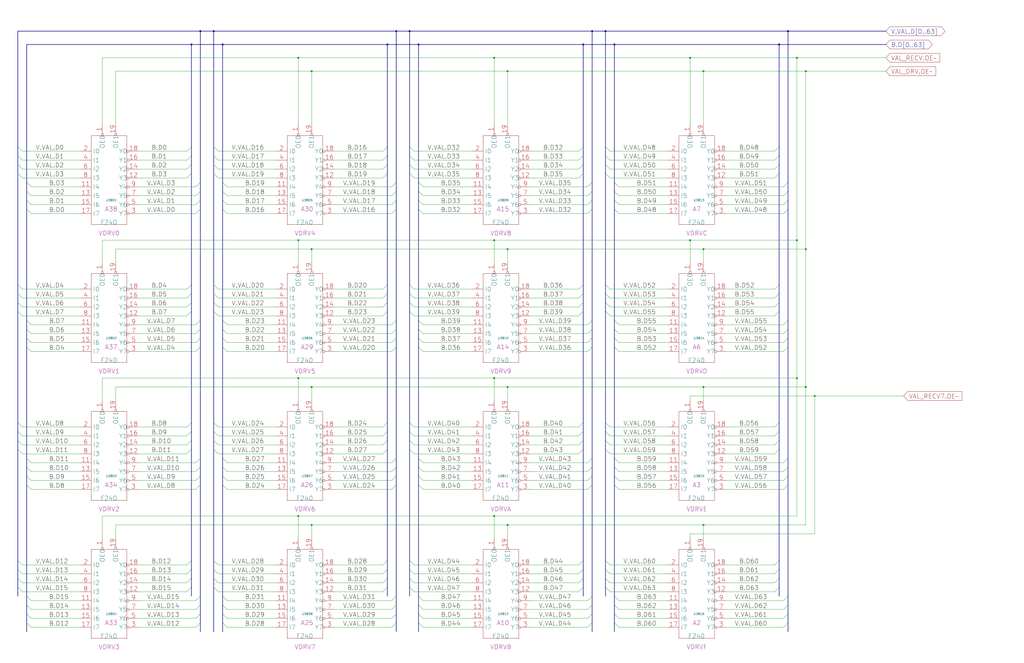
<source format=kicad_sch>
(kicad_sch (version 20250114) (generator "eeschema") (generator_version "9.0")
  (paper "User" 584.2 378.46)
  (title_block (title "VAL DRIVER AND RECEIVER") (date "22-MAR-90") (rev "1.0") (comment 1 "VALUE") (comment 2 "232-003063") (comment 3 "S400") (comment 4 "RELEASED"))
  (junction (at 177.8 142.24))
  (junction (at 459.74 220.98))
  (junction (at 345.44 17.78))
  (junction (at 401.32 220.98))
  (junction (at 444.5 25.4))
  (junction (at 114.3 17.78))
  (junction (at 220.98 25.4))
  (junction (at 350.52 25.4))
  (junction (at 289.56 299.72))
  (junction (at 289.56 220.98))
  (junction (at 238.76 25.4))
  (junction (at 464.82 226.06))
  (junction (at 401.32 299.72))
  (junction (at 170.18 33.02))
  (junction (at 170.18 215.9))
  (junction (at 121.92 17.78))
  (junction (at 289.56 40.64))
  (junction (at 401.32 40.64))
  (junction (at 233.68 17.78))
  (junction (at 459.74 142.24))
  (junction (at 454.66 33.02))
  (junction (at 454.66 137.16))
  (junction (at 281.94 215.9))
  (junction (at 226.06 17.78))
  (junction (at 449.58 17.78))
  (junction (at 127 25.4))
  (junction (at 177.8 220.98))
  (junction (at 289.56 142.24))
  (junction (at 177.8 299.72))
  (junction (at 459.74 40.64))
  (junction (at 177.8 40.64))
  (junction (at 393.7 137.16))
  (junction (at 281.94 137.16))
  (junction (at 281.94 294.64))
  (junction (at 109.22 25.4))
  (junction (at 332.74 25.4))
  (junction (at 337.82 17.78))
  (junction (at 393.7 33.02))
  (junction (at 401.32 142.24))
  (junction (at 281.94 33.02))
  (junction (at 170.18 137.16))
  (junction (at 170.18 294.64))
  (junction (at 454.66 215.9))
  (bus_entry (at 127 114.3) (size 2.54 2.54))
  (bus_entry (at 332.74 83.82) (size -2.54 2.54))
  (bus_entry (at 121.92 320.04) (size 2.54 2.54))
  (bus_entry (at 127 355.6) (size 2.54 2.54))
  (bus_entry (at 337.82 109.22) (size -2.54 2.54))
  (bus_entry (at 233.68 93.98) (size 2.54 2.54))
  (bus_entry (at 15.24 198.12) (size 2.54 2.54))
  (bus_entry (at 332.74 99.06) (size -2.54 2.54))
  (bus_entry (at 337.82 104.14) (size -2.54 2.54))
  (bus_entry (at 109.22 99.06) (size -2.54 2.54))
  (bus_entry (at 15.24 276.86) (size 2.54 2.54))
  (bus_entry (at 127 193.04) (size 2.54 2.54))
  (bus_entry (at 226.06 119.38) (size -2.54 2.54))
  (bus_entry (at 233.68 167.64) (size 2.54 2.54))
  (bus_entry (at 109.22 241.3) (size -2.54 2.54))
  (bus_entry (at 449.58 266.7) (size -2.54 2.54))
  (bus_entry (at 449.58 119.38) (size -2.54 2.54))
  (bus_entry (at 15.24 114.3) (size 2.54 2.54))
  (bus_entry (at 332.74 335.28) (size -2.54 2.54))
  (bus_entry (at 444.5 177.8) (size -2.54 2.54))
  (bus_entry (at 114.3 109.22) (size -2.54 2.54))
  (bus_entry (at 15.24 104.14) (size 2.54 2.54))
  (bus_entry (at 127 104.14) (size 2.54 2.54))
  (bus_entry (at 220.98 246.38) (size -2.54 2.54))
  (bus_entry (at 121.92 162.56) (size 2.54 2.54))
  (bus_entry (at 127 345.44) (size 2.54 2.54))
  (bus_entry (at 226.06 261.62) (size -2.54 2.54))
  (bus_entry (at 127 276.86) (size 2.54 2.54))
  (bus_entry (at 449.58 114.3) (size -2.54 2.54))
  (bus_entry (at 226.06 345.44) (size -2.54 2.54))
  (bus_entry (at 15.24 187.96) (size 2.54 2.54))
  (bus_entry (at 444.5 99.06) (size -2.54 2.54))
  (bus_entry (at 337.82 193.04) (size -2.54 2.54))
  (bus_entry (at 337.82 271.78) (size -2.54 2.54))
  (bus_entry (at 444.5 330.2) (size -2.54 2.54))
  (bus_entry (at 127 271.78) (size 2.54 2.54))
  (bus_entry (at 114.3 119.38) (size -2.54 2.54))
  (bus_entry (at 238.76 355.6) (size 2.54 2.54))
  (bus_entry (at 121.92 172.72) (size 2.54 2.54))
  (bus_entry (at 238.76 276.86) (size 2.54 2.54))
  (bus_entry (at 337.82 182.88) (size -2.54 2.54))
  (bus_entry (at 449.58 355.6) (size -2.54 2.54))
  (bus_entry (at 337.82 261.62) (size -2.54 2.54))
  (bus_entry (at 449.58 261.62) (size -2.54 2.54))
  (bus_entry (at 345.44 83.82) (size 2.54 2.54))
  (bus_entry (at 10.16 325.12) (size 2.54 2.54))
  (bus_entry (at 220.98 99.06) (size -2.54 2.54))
  (bus_entry (at 449.58 271.78) (size -2.54 2.54))
  (bus_entry (at 345.44 241.3) (size 2.54 2.54))
  (bus_entry (at 109.22 330.2) (size -2.54 2.54))
  (bus_entry (at 350.52 340.36) (size 2.54 2.54))
  (bus_entry (at 444.5 256.54) (size -2.54 2.54))
  (bus_entry (at 345.44 99.06) (size 2.54 2.54))
  (bus_entry (at 444.5 93.98) (size -2.54 2.54))
  (bus_entry (at 444.5 320.04) (size -2.54 2.54))
  (bus_entry (at 233.68 246.38) (size 2.54 2.54))
  (bus_entry (at 127 187.96) (size 2.54 2.54))
  (bus_entry (at 109.22 320.04) (size -2.54 2.54))
  (bus_entry (at 10.16 251.46) (size 2.54 2.54))
  (bus_entry (at 15.24 119.38) (size 2.54 2.54))
  (bus_entry (at 226.06 198.12) (size -2.54 2.54))
  (bus_entry (at 449.58 350.52) (size -2.54 2.54))
  (bus_entry (at 238.76 193.04) (size 2.54 2.54))
  (bus_entry (at 345.44 177.8) (size 2.54 2.54))
  (bus_entry (at 220.98 177.8) (size -2.54 2.54))
  (bus_entry (at 337.82 114.3) (size -2.54 2.54))
  (bus_entry (at 121.92 335.28) (size 2.54 2.54))
  (bus_entry (at 127 198.12) (size 2.54 2.54))
  (bus_entry (at 226.06 266.7) (size -2.54 2.54))
  (bus_entry (at 220.98 256.54) (size -2.54 2.54))
  (bus_entry (at 127 266.7) (size 2.54 2.54))
  (bus_entry (at 10.16 320.04) (size 2.54 2.54))
  (bus_entry (at 114.3 345.44) (size -2.54 2.54))
  (bus_entry (at 238.76 114.3) (size 2.54 2.54))
  (bus_entry (at 220.98 325.12) (size -2.54 2.54))
  (bus_entry (at 345.44 325.12) (size 2.54 2.54))
  (bus_entry (at 10.16 172.72) (size 2.54 2.54))
  (bus_entry (at 121.92 251.46) (size 2.54 2.54))
  (bus_entry (at 114.3 350.52) (size -2.54 2.54))
  (bus_entry (at 114.3 276.86) (size -2.54 2.54))
  (bus_entry (at 233.68 99.06) (size 2.54 2.54))
  (bus_entry (at 109.22 256.54) (size -2.54 2.54))
  (bus_entry (at 10.16 335.28) (size 2.54 2.54))
  (bus_entry (at 350.52 187.96) (size 2.54 2.54))
  (bus_entry (at 15.24 109.22) (size 2.54 2.54))
  (bus_entry (at 350.52 266.7) (size 2.54 2.54))
  (bus_entry (at 10.16 167.64) (size 2.54 2.54))
  (bus_entry (at 220.98 88.9) (size -2.54 2.54))
  (bus_entry (at 10.16 83.82) (size 2.54 2.54))
  (bus_entry (at 350.52 104.14) (size 2.54 2.54))
  (bus_entry (at 345.44 256.54) (size 2.54 2.54))
  (bus_entry (at 121.92 241.3) (size 2.54 2.54))
  (bus_entry (at 337.82 266.7) (size -2.54 2.54))
  (bus_entry (at 114.3 193.04) (size -2.54 2.54))
  (bus_entry (at 121.92 325.12) (size 2.54 2.54))
  (bus_entry (at 121.92 330.2) (size 2.54 2.54))
  (bus_entry (at 350.52 182.88) (size 2.54 2.54))
  (bus_entry (at 121.92 93.98) (size 2.54 2.54))
  (bus_entry (at 233.68 88.9) (size 2.54 2.54))
  (bus_entry (at 114.3 340.36) (size -2.54 2.54))
  (bus_entry (at 444.5 241.3) (size -2.54 2.54))
  (bus_entry (at 226.06 355.6) (size -2.54 2.54))
  (bus_entry (at 332.74 172.72) (size -2.54 2.54))
  (bus_entry (at 337.82 350.52) (size -2.54 2.54))
  (bus_entry (at 220.98 330.2) (size -2.54 2.54))
  (bus_entry (at 238.76 119.38) (size 2.54 2.54))
  (bus_entry (at 109.22 88.9) (size -2.54 2.54))
  (bus_entry (at 220.98 172.72) (size -2.54 2.54))
  (bus_entry (at 350.52 114.3) (size 2.54 2.54))
  (bus_entry (at 449.58 109.22) (size -2.54 2.54))
  (bus_entry (at 114.3 198.12) (size -2.54 2.54))
  (bus_entry (at 226.06 340.36) (size -2.54 2.54))
  (bus_entry (at 226.06 187.96) (size -2.54 2.54))
  (bus_entry (at 233.68 241.3) (size 2.54 2.54))
  (bus_entry (at 233.68 177.8) (size 2.54 2.54))
  (bus_entry (at 238.76 198.12) (size 2.54 2.54))
  (bus_entry (at 220.98 335.28) (size -2.54 2.54))
  (bus_entry (at 345.44 162.56) (size 2.54 2.54))
  (bus_entry (at 444.5 167.64) (size -2.54 2.54))
  (bus_entry (at 109.22 246.38) (size -2.54 2.54))
  (bus_entry (at 238.76 266.7) (size 2.54 2.54))
  (bus_entry (at 10.16 93.98) (size 2.54 2.54))
  (bus_entry (at 114.3 187.96) (size -2.54 2.54))
  (bus_entry (at 233.68 251.46) (size 2.54 2.54))
  (bus_entry (at 109.22 93.98) (size -2.54 2.54))
  (bus_entry (at 127 261.62) (size 2.54 2.54))
  (bus_entry (at 337.82 198.12) (size -2.54 2.54))
  (bus_entry (at 114.3 266.7) (size -2.54 2.54))
  (bus_entry (at 127 350.52) (size 2.54 2.54))
  (bus_entry (at 449.58 276.86) (size -2.54 2.54))
  (bus_entry (at 233.68 162.56) (size 2.54 2.54))
  (bus_entry (at 449.58 340.36) (size -2.54 2.54))
  (bus_entry (at 10.16 99.06) (size 2.54 2.54))
  (bus_entry (at 109.22 172.72) (size -2.54 2.54))
  (bus_entry (at 233.68 256.54) (size 2.54 2.54))
  (bus_entry (at 449.58 198.12) (size -2.54 2.54))
  (bus_entry (at 350.52 271.78) (size 2.54 2.54))
  (bus_entry (at 332.74 330.2) (size -2.54 2.54))
  (bus_entry (at 350.52 119.38) (size 2.54 2.54))
  (bus_entry (at 238.76 271.78) (size 2.54 2.54))
  (bus_entry (at 350.52 109.22) (size 2.54 2.54))
  (bus_entry (at 449.58 187.96) (size -2.54 2.54))
  (bus_entry (at 350.52 198.12) (size 2.54 2.54))
  (bus_entry (at 127 109.22) (size 2.54 2.54))
  (bus_entry (at 233.68 320.04) (size 2.54 2.54))
  (bus_entry (at 15.24 182.88) (size 2.54 2.54))
  (bus_entry (at 449.58 345.44) (size -2.54 2.54))
  (bus_entry (at 109.22 335.28) (size -2.54 2.54))
  (bus_entry (at 10.16 88.9) (size 2.54 2.54))
  (bus_entry (at 226.06 271.78) (size -2.54 2.54))
  (bus_entry (at 332.74 241.3) (size -2.54 2.54))
  (bus_entry (at 350.52 193.04) (size 2.54 2.54))
  (bus_entry (at 220.98 93.98) (size -2.54 2.54))
  (bus_entry (at 121.92 177.8) (size 2.54 2.54))
  (bus_entry (at 444.5 162.56) (size -2.54 2.54))
  (bus_entry (at 226.06 109.22) (size -2.54 2.54))
  (bus_entry (at 345.44 330.2) (size 2.54 2.54))
  (bus_entry (at 226.06 114.3) (size -2.54 2.54))
  (bus_entry (at 332.74 320.04) (size -2.54 2.54))
  (bus_entry (at 10.16 241.3) (size 2.54 2.54))
  (bus_entry (at 233.68 335.28) (size 2.54 2.54))
  (bus_entry (at 121.92 88.9) (size 2.54 2.54))
  (bus_entry (at 220.98 83.82) (size -2.54 2.54))
  (bus_entry (at 444.5 88.9) (size -2.54 2.54))
  (bus_entry (at 345.44 246.38) (size 2.54 2.54))
  (bus_entry (at 449.58 104.14) (size -2.54 2.54))
  (bus_entry (at 332.74 88.9) (size -2.54 2.54))
  (bus_entry (at 109.22 251.46) (size -2.54 2.54))
  (bus_entry (at 121.92 83.82) (size 2.54 2.54))
  (bus_entry (at 350.52 276.86) (size 2.54 2.54))
  (bus_entry (at 226.06 104.14) (size -2.54 2.54))
  (bus_entry (at 233.68 330.2) (size 2.54 2.54))
  (bus_entry (at 332.74 167.64) (size -2.54 2.54))
  (bus_entry (at 337.82 340.36) (size -2.54 2.54))
  (bus_entry (at 220.98 162.56) (size -2.54 2.54))
  (bus_entry (at 332.74 325.12) (size -2.54 2.54))
  (bus_entry (at 220.98 320.04) (size -2.54 2.54))
  (bus_entry (at 10.16 246.38) (size 2.54 2.54))
  (bus_entry (at 226.06 193.04) (size -2.54 2.54))
  (bus_entry (at 10.16 162.56) (size 2.54 2.54))
  (bus_entry (at 109.22 167.64) (size -2.54 2.54))
  (bus_entry (at 226.06 182.88) (size -2.54 2.54))
  (bus_entry (at 238.76 340.36) (size 2.54 2.54))
  (bus_entry (at 114.3 271.78) (size -2.54 2.54))
  (bus_entry (at 10.16 330.2) (size 2.54 2.54))
  (bus_entry (at 220.98 241.3) (size -2.54 2.54))
  (bus_entry (at 121.92 167.64) (size 2.54 2.54))
  (bus_entry (at 444.5 172.72) (size -2.54 2.54))
  (bus_entry (at 332.74 162.56) (size -2.54 2.54))
  (bus_entry (at 238.76 345.44) (size 2.54 2.54))
  (bus_entry (at 127 340.36) (size 2.54 2.54))
  (bus_entry (at 444.5 335.28) (size -2.54 2.54))
  (bus_entry (at 121.92 246.38) (size 2.54 2.54))
  (bus_entry (at 238.76 261.62) (size 2.54 2.54))
  (bus_entry (at 238.76 187.96) (size 2.54 2.54))
  (bus_entry (at 332.74 93.98) (size -2.54 2.54))
  (bus_entry (at 114.3 261.62) (size -2.54 2.54))
  (bus_entry (at 15.24 355.6) (size 2.54 2.54))
  (bus_entry (at 332.74 256.54) (size -2.54 2.54))
  (bus_entry (at 332.74 251.46) (size -2.54 2.54))
  (bus_entry (at 226.06 276.86) (size -2.54 2.54))
  (bus_entry (at 337.82 355.6) (size -2.54 2.54))
  (bus_entry (at 10.16 256.54) (size 2.54 2.54))
  (bus_entry (at 449.58 193.04) (size -2.54 2.54))
  (bus_entry (at 337.82 187.96) (size -2.54 2.54))
  (bus_entry (at 114.3 104.14) (size -2.54 2.54))
  (bus_entry (at 350.52 350.52) (size 2.54 2.54))
  (bus_entry (at 345.44 167.64) (size 2.54 2.54))
  (bus_entry (at 121.92 99.06) (size 2.54 2.54))
  (bus_entry (at 345.44 88.9) (size 2.54 2.54))
  (bus_entry (at 233.68 325.12) (size 2.54 2.54))
  (bus_entry (at 345.44 251.46) (size 2.54 2.54))
  (bus_entry (at 220.98 251.46) (size -2.54 2.54))
  (bus_entry (at 10.16 177.8) (size 2.54 2.54))
  (bus_entry (at 332.74 246.38) (size -2.54 2.54))
  (bus_entry (at 444.5 246.38) (size -2.54 2.54))
  (bus_entry (at 226.06 350.52) (size -2.54 2.54))
  (bus_entry (at 15.24 340.36) (size 2.54 2.54))
  (bus_entry (at 238.76 109.22) (size 2.54 2.54))
  (bus_entry (at 345.44 93.98) (size 2.54 2.54))
  (bus_entry (at 332.74 177.8) (size -2.54 2.54))
  (bus_entry (at 109.22 325.12) (size -2.54 2.54))
  (bus_entry (at 449.58 182.88) (size -2.54 2.54))
  (bus_entry (at 233.68 172.72) (size 2.54 2.54))
  (bus_entry (at 114.3 355.6) (size -2.54 2.54))
  (bus_entry (at 15.24 350.52) (size 2.54 2.54))
  (bus_entry (at 121.92 256.54) (size 2.54 2.54))
  (bus_entry (at 337.82 276.86) (size -2.54 2.54))
  (bus_entry (at 15.24 266.7) (size 2.54 2.54))
  (bus_entry (at 238.76 182.88) (size 2.54 2.54))
  (bus_entry (at 238.76 104.14) (size 2.54 2.54))
  (bus_entry (at 350.52 345.44) (size 2.54 2.54))
  (bus_entry (at 444.5 325.12) (size -2.54 2.54))
  (bus_entry (at 345.44 320.04) (size 2.54 2.54))
  (bus_entry (at 127 119.38) (size 2.54 2.54))
  (bus_entry (at 350.52 261.62) (size 2.54 2.54))
  (bus_entry (at 337.82 345.44) (size -2.54 2.54))
  (bus_entry (at 15.24 193.04) (size 2.54 2.54))
  (bus_entry (at 350.52 355.6) (size 2.54 2.54))
  (bus_entry (at 233.68 83.82) (size 2.54 2.54))
  (bus_entry (at 109.22 162.56) (size -2.54 2.54))
  (bus_entry (at 114.3 182.88) (size -2.54 2.54))
  (bus_entry (at 109.22 177.8) (size -2.54 2.54))
  (bus_entry (at 15.24 271.78) (size 2.54 2.54))
  (bus_entry (at 444.5 83.82) (size -2.54 2.54))
  (bus_entry (at 238.76 350.52) (size 2.54 2.54))
  (bus_entry (at 345.44 172.72) (size 2.54 2.54))
  (bus_entry (at 15.24 345.44) (size 2.54 2.54))
  (bus_entry (at 15.24 261.62) (size 2.54 2.54))
  (bus_entry (at 345.44 335.28) (size 2.54 2.54))
  (bus_entry (at 444.5 251.46) (size -2.54 2.54))
  (bus_entry (at 220.98 167.64) (size -2.54 2.54))
  (bus_entry (at 127 182.88) (size 2.54 2.54))
  (bus_entry (at 337.82 119.38) (size -2.54 2.54))
  (bus_entry (at 109.22 83.82) (size -2.54 2.54))
  (bus_entry (at 114.3 114.3) (size -2.54 2.54))
  (bus (pts (xy 226.06 114.3) (xy 226.06 119.38)))
  (wire (pts (xy 78.74 195.58) (xy 111.76 195.58)))
  (bus (pts (xy 238.76 25.4) (xy 332.74 25.4)))
  (wire (pts (xy 241.3 264.16) (xy 269.24 264.16)))
  (bus (pts (xy 444.5 241.3) (xy 444.5 246.38)))
  (bus (pts (xy 121.92 162.56) (xy 121.92 167.64)))
  (bus (pts (xy 15.24 182.88) (xy 15.24 187.96)))
  (wire (pts (xy 353.06 185.42) (xy 381 185.42)))
  (bus (pts (xy 444.5 88.9) (xy 444.5 93.98)))
  (wire (pts (xy 12.7 91.44) (xy 45.72 91.44)))
  (wire (pts (xy 17.78 190.5) (xy 45.72 190.5)))
  (bus (pts (xy 15.24 261.62) (xy 15.24 266.7)))
  (bus (pts (xy 345.44 99.06) (xy 345.44 162.56)))
  (wire (pts (xy 347.98 337.82) (xy 381 337.82)))
  (bus (pts (xy 233.68 177.8) (xy 233.68 241.3)))
  (wire (pts (xy 66.04 299.72) (xy 66.04 307.34)))
  (wire (pts (xy 454.66 33.02) (xy 393.7 33.02)))
  (bus (pts (xy 114.3 345.44) (xy 114.3 350.52)))
  (wire (pts (xy 464.82 226.06) (xy 393.7 226.06)))
  (wire (pts (xy 302.26 96.52) (xy 330.2 96.52)))
  (wire (pts (xy 289.56 299.72) (xy 177.8 299.72)))
  (wire (pts (xy 241.3 195.58) (xy 269.24 195.58)))
  (bus (pts (xy 15.24 266.7) (xy 15.24 271.78)))
  (bus (pts (xy 109.22 88.9) (xy 109.22 93.98)))
  (bus (pts (xy 10.16 99.06) (xy 10.16 162.56)))
  (bus (pts (xy 121.92 251.46) (xy 121.92 256.54)))
  (wire (pts (xy 170.18 33.02) (xy 170.18 71.12)))
  (wire (pts (xy 190.5 322.58) (xy 218.44 322.58)))
  (bus (pts (xy 226.06 187.96) (xy 226.06 193.04)))
  (bus (pts (xy 220.98 25.4) (xy 238.76 25.4)))
  (wire (pts (xy 17.78 274.32) (xy 45.72 274.32)))
  (bus (pts (xy 337.82 345.44) (xy 337.82 350.52)))
  (wire (pts (xy 289.56 220.98) (xy 289.56 228.6)))
  (wire (pts (xy 129.54 264.16) (xy 157.48 264.16)))
  (bus (pts (xy 350.52 104.14) (xy 350.52 109.22)))
  (wire (pts (xy 78.74 111.76) (xy 111.76 111.76)))
  (bus (pts (xy 127 266.7) (xy 127 271.78)))
  (bus (pts (xy 332.74 162.56) (xy 332.74 167.64)))
  (wire (pts (xy 414.02 342.9) (xy 447.04 342.9)))
  (wire (pts (xy 58.42 137.16) (xy 170.18 137.16)))
  (bus (pts (xy 332.74 320.04) (xy 332.74 325.12)))
  (wire (pts (xy 190.5 347.98) (xy 223.52 347.98)))
  (wire (pts (xy 177.8 142.24) (xy 289.56 142.24)))
  (bus (pts (xy 238.76 182.88) (xy 238.76 187.96)))
  (wire (pts (xy 302.26 269.24) (xy 335.28 269.24)))
  (bus (pts (xy 10.16 246.38) (xy 10.16 251.46)))
  (wire (pts (xy 347.98 180.34) (xy 381 180.34)))
  (wire (pts (xy 353.06 269.24) (xy 381 269.24)))
  (wire (pts (xy 170.18 294.64) (xy 281.94 294.64)))
  (wire (pts (xy 170.18 215.9) (xy 281.94 215.9)))
  (bus (pts (xy 233.68 251.46) (xy 233.68 256.54)))
  (wire (pts (xy 302.26 195.58) (xy 335.28 195.58)))
  (bus (pts (xy 449.58 276.86) (xy 449.58 340.36)))
  (wire (pts (xy 281.94 215.9) (xy 281.94 228.6)))
  (bus (pts (xy 10.16 17.78) (xy 114.3 17.78)))
  (wire (pts (xy 353.06 121.92) (xy 381 121.92)))
  (bus (pts (xy 449.58 193.04) (xy 449.58 198.12)))
  (bus (pts (xy 127 276.86) (xy 127 340.36)))
  (bus (pts (xy 332.74 83.82) (xy 332.74 88.9)))
  (bus (pts (xy 10.16 256.54) (xy 10.16 320.04)))
  (wire (pts (xy 414.02 200.66) (xy 447.04 200.66)))
  (bus (pts (xy 226.06 17.78) (xy 233.68 17.78)))
  (bus (pts (xy 233.68 88.9) (xy 233.68 93.98)))
  (wire (pts (xy 78.74 322.58) (xy 106.68 322.58)))
  (wire (pts (xy 353.06 274.32) (xy 381 274.32)))
  (wire (pts (xy 414.02 327.66) (xy 441.96 327.66)))
  (wire (pts (xy 124.46 86.36) (xy 157.48 86.36)))
  (wire (pts (xy 347.98 327.66) (xy 381 327.66)))
  (wire (pts (xy 17.78 200.66) (xy 45.72 200.66)))
  (wire (pts (xy 66.04 142.24) (xy 66.04 149.86)))
  (bus (pts (xy 114.3 114.3) (xy 114.3 119.38)))
  (wire (pts (xy 241.3 185.42) (xy 269.24 185.42)))
  (bus (pts (xy 238.76 355.6) (xy 238.76 360.68)))
  (wire (pts (xy 78.74 274.32) (xy 111.76 274.32)))
  (wire (pts (xy 190.5 259.08) (xy 218.44 259.08)))
  (bus (pts (xy 127 109.22) (xy 127 114.3)))
  (bus (pts (xy 332.74 88.9) (xy 332.74 93.98)))
  (bus (pts (xy 444.5 246.38) (xy 444.5 251.46)))
  (wire (pts (xy 17.78 264.16) (xy 45.72 264.16)))
  (wire (pts (xy 78.74 332.74) (xy 106.68 332.74)))
  (wire (pts (xy 414.02 269.24) (xy 447.04 269.24)))
  (wire (pts (xy 302.26 248.92) (xy 330.2 248.92)))
  (bus (pts (xy 109.22 246.38) (xy 109.22 251.46)))
  (bus (pts (xy 238.76 187.96) (xy 238.76 193.04)))
  (bus (pts (xy 127 261.62) (xy 127 266.7)))
  (bus (pts (xy 121.92 172.72) (xy 121.92 177.8)))
  (bus (pts (xy 15.24 276.86) (xy 15.24 340.36)))
  (bus (pts (xy 345.44 17.78) (xy 345.44 83.82)))
  (bus (pts (xy 233.68 17.78) (xy 337.82 17.78)))
  (wire (pts (xy 414.02 96.52) (xy 441.96 96.52)))
  (bus (pts (xy 127 104.14) (xy 127 109.22)))
  (bus (pts (xy 127 340.36) (xy 127 345.44)))
  (wire (pts (xy 78.74 96.52) (xy 106.68 96.52)))
  (wire (pts (xy 190.5 175.26) (xy 218.44 175.26)))
  (bus (pts (xy 350.52 119.38) (xy 350.52 182.88)))
  (bus (pts (xy 15.24 25.4) (xy 109.22 25.4)))
  (bus (pts (xy 332.74 246.38) (xy 332.74 251.46)))
  (wire (pts (xy 241.3 353.06) (xy 269.24 353.06)))
  (bus (pts (xy 127 271.78) (xy 127 276.86)))
  (wire (pts (xy 17.78 279.4) (xy 45.72 279.4)))
  (wire (pts (xy 459.74 220.98) (xy 459.74 299.72)))
  (bus (pts (xy 15.24 198.12) (xy 15.24 261.62)))
  (bus (pts (xy 238.76 276.86) (xy 238.76 340.36)))
  (wire (pts (xy 177.8 220.98) (xy 289.56 220.98)))
  (bus (pts (xy 109.22 25.4) (xy 127 25.4)))
  (bus (pts (xy 337.82 340.36) (xy 337.82 345.44)))
  (bus (pts (xy 15.24 187.96) (xy 15.24 193.04)))
  (wire (pts (xy 129.54 358.14) (xy 157.48 358.14)))
  (bus (pts (xy 10.16 251.46) (xy 10.16 256.54)))
  (bus (pts (xy 345.44 167.64) (xy 345.44 172.72)))
  (bus (pts (xy 444.5 162.56) (xy 444.5 167.64)))
  (bus (pts (xy 114.3 271.78) (xy 114.3 276.86)))
  (bus (pts (xy 121.92 241.3) (xy 121.92 246.38)))
  (bus (pts (xy 226.06 355.6) (xy 226.06 360.68)))
  (wire (pts (xy 78.74 342.9) (xy 111.76 342.9)))
  (wire (pts (xy 177.8 299.72) (xy 177.8 307.34)))
  (wire (pts (xy 347.98 243.84) (xy 381 243.84)))
  (wire (pts (xy 347.98 91.44) (xy 381 91.44)))
  (bus (pts (xy 226.06 109.22) (xy 226.06 114.3)))
  (wire (pts (xy 129.54 347.98) (xy 157.48 347.98)))
  (wire (pts (xy 236.22 322.58) (xy 269.24 322.58)))
  (wire (pts (xy 236.22 180.34) (xy 269.24 180.34)))
  (bus (pts (xy 350.52 271.78) (xy 350.52 276.86)))
  (wire (pts (xy 302.26 170.18) (xy 330.2 170.18)))
  (wire (pts (xy 190.5 358.14) (xy 223.52 358.14)))
  (bus (pts (xy 345.44 241.3) (xy 345.44 246.38)))
  (bus (pts (xy 109.22 335.28) (xy 109.22 340.36)))
  (bus (pts (xy 350.52 182.88) (xy 350.52 187.96)))
  (bus (pts (xy 233.68 330.2) (xy 233.68 335.28)))
  (wire (pts (xy 78.74 347.98) (xy 111.76 347.98)))
  (wire (pts (xy 190.5 170.18) (xy 218.44 170.18)))
  (bus (pts (xy 109.22 167.64) (xy 109.22 172.72)))
  (bus (pts (xy 350.52 193.04) (xy 350.52 198.12)))
  (bus (pts (xy 345.44 320.04) (xy 345.44 325.12)))
  (bus (pts (xy 226.06 261.62) (xy 226.06 266.7)))
  (wire (pts (xy 190.5 248.92) (xy 218.44 248.92)))
  (bus (pts (xy 337.82 182.88) (xy 337.82 187.96)))
  (bus (pts (xy 10.16 167.64) (xy 10.16 172.72)))
  (wire (pts (xy 393.7 304.8) (xy 464.82 304.8)))
  (bus (pts (xy 109.22 330.2) (xy 109.22 335.28)))
  (wire (pts (xy 12.7 170.18) (xy 45.72 170.18)))
  (bus (pts (xy 127 182.88) (xy 127 187.96)))
  (wire (pts (xy 353.06 111.76) (xy 381 111.76)))
  (bus (pts (xy 332.74 335.28) (xy 332.74 340.36)))
  (wire (pts (xy 124.46 170.18) (xy 157.48 170.18)))
  (bus (pts (xy 114.3 261.62) (xy 114.3 266.7)))
  (bus (pts (xy 238.76 119.38) (xy 238.76 182.88)))
  (wire (pts (xy 302.26 279.4) (xy 335.28 279.4)))
  (wire (pts (xy 281.94 33.02) (xy 281.94 71.12)))
  (bus (pts (xy 233.68 325.12) (xy 233.68 330.2)))
  (wire (pts (xy 78.74 185.42) (xy 111.76 185.42)))
  (bus (pts (xy 220.98 330.2) (xy 220.98 335.28)))
  (wire (pts (xy 236.22 259.08) (xy 269.24 259.08)))
  (wire (pts (xy 347.98 175.26) (xy 381 175.26)))
  (bus (pts (xy 121.92 177.8) (xy 121.92 241.3)))
  (wire (pts (xy 401.32 142.24) (xy 459.74 142.24)))
  (wire (pts (xy 241.3 274.32) (xy 269.24 274.32)))
  (bus (pts (xy 121.92 246.38) (xy 121.92 251.46)))
  (bus (pts (xy 10.16 172.72) (xy 10.16 177.8)))
  (bus (pts (xy 226.06 340.36) (xy 226.06 345.44)))
  (bus (pts (xy 10.16 177.8) (xy 10.16 241.3)))
  (bus (pts (xy 226.06 198.12) (xy 226.06 261.62)))
  (bus (pts (xy 449.58 261.62) (xy 449.58 266.7)))
  (bus (pts (xy 332.74 172.72) (xy 332.74 177.8)))
  (bus (pts (xy 332.74 256.54) (xy 332.74 320.04)))
  (wire (pts (xy 454.66 137.16) (xy 454.66 33.02)))
  (bus (pts (xy 337.82 355.6) (xy 337.82 360.68)))
  (wire (pts (xy 515.62 226.06) (xy 464.82 226.06)))
  (wire (pts (xy 289.56 40.64) (xy 401.32 40.64)))
  (bus (pts (xy 121.92 88.9) (xy 121.92 93.98)))
  (bus (pts (xy 332.74 251.46) (xy 332.74 256.54)))
  (wire (pts (xy 124.46 254) (xy 157.48 254)))
  (wire (pts (xy 241.3 121.92) (xy 269.24 121.92)))
  (bus (pts (xy 226.06 193.04) (xy 226.06 198.12)))
  (wire (pts (xy 353.06 347.98) (xy 381 347.98)))
  (bus (pts (xy 127 193.04) (xy 127 198.12)))
  (wire (pts (xy 414.02 264.16) (xy 447.04 264.16)))
  (bus (pts (xy 233.68 335.28) (xy 233.68 340.36)))
  (wire (pts (xy 459.74 142.24) (xy 459.74 220.98)))
  (bus (pts (xy 114.3 17.78) (xy 121.92 17.78)))
  (bus (pts (xy 220.98 88.9) (xy 220.98 93.98)))
  (wire (pts (xy 347.98 248.92) (xy 381 248.92)))
  (wire (pts (xy 401.32 299.72) (xy 289.56 299.72)))
  (bus (pts (xy 226.06 182.88) (xy 226.06 187.96)))
  (wire (pts (xy 353.06 190.5) (xy 381 190.5)))
  (wire (pts (xy 236.22 91.44) (xy 269.24 91.44)))
  (bus (pts (xy 121.92 325.12) (xy 121.92 330.2)))
  (wire (pts (xy 190.5 200.66) (xy 223.52 200.66)))
  (bus (pts (xy 350.52 25.4) (xy 444.5 25.4)))
  (wire (pts (xy 353.06 116.84) (xy 381 116.84)))
  (wire (pts (xy 414.02 175.26) (xy 441.96 175.26)))
  (bus (pts (xy 15.24 109.22) (xy 15.24 114.3)))
  (bus (pts (xy 337.82 104.14) (xy 337.82 109.22)))
  (bus (pts (xy 350.52 198.12) (xy 350.52 261.62)))
  (wire (pts (xy 124.46 327.66) (xy 157.48 327.66)))
  (wire (pts (xy 289.56 40.64) (xy 289.56 71.12)))
  (wire (pts (xy 190.5 269.24) (xy 223.52 269.24)))
  (bus (pts (xy 444.5 167.64) (xy 444.5 172.72)))
  (bus (pts (xy 449.58 355.6) (xy 449.58 360.68)))
  (wire (pts (xy 414.02 180.34) (xy 441.96 180.34)))
  (wire (pts (xy 124.46 165.1) (xy 157.48 165.1)))
  (wire (pts (xy 12.7 180.34) (xy 45.72 180.34)))
  (wire (pts (xy 241.3 190.5) (xy 269.24 190.5)))
  (wire (pts (xy 302.26 180.34) (xy 330.2 180.34)))
  (wire (pts (xy 414.02 190.5) (xy 447.04 190.5)))
  (wire (pts (xy 302.26 353.06) (xy 335.28 353.06)))
  (wire (pts (xy 393.7 226.06) (xy 393.7 228.6)))
  (wire (pts (xy 464.82 304.8) (xy 464.82 226.06)))
  (wire (pts (xy 129.54 106.68) (xy 157.48 106.68)))
  (wire (pts (xy 289.56 142.24) (xy 289.56 149.86)))
  (wire (pts (xy 58.42 137.16) (xy 58.42 149.86)))
  (wire (pts (xy 302.26 111.76) (xy 335.28 111.76)))
  (bus (pts (xy 15.24 350.52) (xy 15.24 355.6)))
  (bus (pts (xy 127 25.4) (xy 127 104.14)))
  (wire (pts (xy 241.3 106.68) (xy 269.24 106.68)))
  (wire (pts (xy 190.5 195.58) (xy 223.52 195.58)))
  (bus (pts (xy 10.16 320.04) (xy 10.16 325.12)))
  (wire (pts (xy 170.18 33.02) (xy 58.42 33.02)))
  (wire (pts (xy 177.8 40.64) (xy 177.8 71.12)))
  (wire (pts (xy 17.78 347.98) (xy 45.72 347.98)))
  (bus (pts (xy 220.98 25.4) (xy 220.98 83.82)))
  (bus (pts (xy 345.44 325.12) (xy 345.44 330.2)))
  (wire (pts (xy 177.8 40.64) (xy 289.56 40.64)))
  (bus (pts (xy 15.24 119.38) (xy 15.24 182.88)))
  (bus (pts (xy 332.74 25.4) (xy 350.52 25.4)))
  (wire (pts (xy 129.54 111.76) (xy 157.48 111.76)))
  (wire (pts (xy 241.3 342.9) (xy 269.24 342.9)))
  (wire (pts (xy 281.94 33.02) (xy 170.18 33.02)))
  (bus (pts (xy 121.92 330.2) (xy 121.92 335.28)))
  (wire (pts (xy 129.54 353.06) (xy 157.48 353.06)))
  (wire (pts (xy 414.02 101.6) (xy 441.96 101.6)))
  (wire (pts (xy 129.54 121.92) (xy 157.48 121.92)))
  (wire (pts (xy 302.26 175.26) (xy 330.2 175.26)))
  (bus (pts (xy 121.92 93.98) (xy 121.92 99.06)))
  (bus (pts (xy 10.16 335.28) (xy 10.16 340.36)))
  (wire (pts (xy 236.22 248.92) (xy 269.24 248.92)))
  (bus (pts (xy 109.22 172.72) (xy 109.22 177.8)))
  (wire (pts (xy 236.22 101.6) (xy 269.24 101.6)))
  (wire (pts (xy 17.78 195.58) (xy 45.72 195.58)))
  (wire (pts (xy 129.54 116.84) (xy 157.48 116.84)))
  (wire (pts (xy 347.98 165.1) (xy 381 165.1)))
  (bus (pts (xy 10.16 330.2) (xy 10.16 335.28)))
  (bus (pts (xy 127 198.12) (xy 127 261.62)))
  (bus (pts (xy 444.5 251.46) (xy 444.5 256.54)))
  (wire (pts (xy 78.74 337.82) (xy 106.68 337.82)))
  (bus (pts (xy 233.68 99.06) (xy 233.68 162.56)))
  (wire (pts (xy 302.26 165.1) (xy 330.2 165.1)))
  (bus (pts (xy 121.92 17.78) (xy 226.06 17.78)))
  (wire (pts (xy 414.02 86.36) (xy 441.96 86.36)))
  (wire (pts (xy 17.78 358.14) (xy 45.72 358.14)))
  (wire (pts (xy 78.74 116.84) (xy 111.76 116.84)))
  (wire (pts (xy 190.5 274.32) (xy 223.52 274.32)))
  (wire (pts (xy 78.74 358.14) (xy 111.76 358.14)))
  (wire (pts (xy 302.26 254) (xy 330.2 254)))
  (bus (pts (xy 449.58 271.78) (xy 449.58 276.86)))
  (wire (pts (xy 17.78 342.9) (xy 45.72 342.9)))
  (wire (pts (xy 78.74 243.84) (xy 106.68 243.84)))
  (bus (pts (xy 233.68 246.38) (xy 233.68 251.46)))
  (bus (pts (xy 350.52 25.4) (xy 350.52 104.14)))
  (bus (pts (xy 220.98 172.72) (xy 220.98 177.8)))
  (bus (pts (xy 220.98 246.38) (xy 220.98 251.46)))
  (bus (pts (xy 109.22 325.12) (xy 109.22 330.2)))
  (bus (pts (xy 449.58 114.3) (xy 449.58 119.38)))
  (wire (pts (xy 302.26 101.6) (xy 330.2 101.6)))
  (wire (pts (xy 190.5 96.52) (xy 218.44 96.52)))
  (wire (pts (xy 347.98 170.18) (xy 381 170.18)))
  (wire (pts (xy 414.02 165.1) (xy 441.96 165.1)))
  (bus (pts (xy 444.5 325.12) (xy 444.5 330.2)))
  (wire (pts (xy 124.46 337.82) (xy 157.48 337.82)))
  (bus (pts (xy 220.98 93.98) (xy 220.98 99.06)))
  (bus (pts (xy 337.82 198.12) (xy 337.82 261.62)))
  (wire (pts (xy 78.74 264.16) (xy 111.76 264.16)))
  (wire (pts (xy 78.74 180.34) (xy 106.68 180.34)))
  (bus (pts (xy 332.74 167.64) (xy 332.74 172.72)))
  (wire (pts (xy 347.98 332.74) (xy 381 332.74)))
  (wire (pts (xy 78.74 248.92) (xy 106.68 248.92)))
  (bus (pts (xy 444.5 320.04) (xy 444.5 325.12)))
  (wire (pts (xy 190.5 264.16) (xy 223.52 264.16)))
  (bus (pts (xy 444.5 25.4) (xy 505.46 25.4)))
  (wire (pts (xy 281.94 294.64) (xy 454.66 294.64)))
  (wire (pts (xy 302.26 243.84) (xy 330.2 243.84)))
  (bus (pts (xy 345.44 246.38) (xy 345.44 251.46)))
  (wire (pts (xy 58.42 215.9) (xy 170.18 215.9)))
  (wire (pts (xy 241.3 358.14) (xy 269.24 358.14)))
  (bus (pts (xy 114.3 104.14) (xy 114.3 109.22)))
  (bus (pts (xy 350.52 276.86) (xy 350.52 340.36)))
  (wire (pts (xy 414.02 254) (xy 441.96 254)))
  (bus (pts (xy 332.74 330.2) (xy 332.74 335.28)))
  (bus (pts (xy 121.92 83.82) (xy 121.92 88.9)))
  (bus (pts (xy 332.74 93.98) (xy 332.74 99.06)))
  (bus (pts (xy 109.22 162.56) (xy 109.22 167.64)))
  (wire (pts (xy 302.26 327.66) (xy 330.2 327.66)))
  (wire (pts (xy 124.46 96.52) (xy 157.48 96.52)))
  (bus (pts (xy 114.3 17.78) (xy 114.3 104.14)))
  (wire (pts (xy 302.26 322.58) (xy 330.2 322.58)))
  (bus (pts (xy 226.06 119.38) (xy 226.06 182.88)))
  (wire (pts (xy 177.8 142.24) (xy 177.8 149.86)))
  (bus (pts (xy 444.5 99.06) (xy 444.5 162.56)))
  (wire (pts (xy 236.22 165.1) (xy 269.24 165.1)))
  (wire (pts (xy 124.46 180.34) (xy 157.48 180.34)))
  (bus (pts (xy 238.76 266.7) (xy 238.76 271.78)))
  (wire (pts (xy 281.94 137.16) (xy 281.94 149.86)))
  (wire (pts (xy 302.26 91.44) (xy 330.2 91.44)))
  (bus (pts (xy 114.3 340.36) (xy 114.3 345.44)))
  (wire (pts (xy 58.42 215.9) (xy 58.42 228.6)))
  (wire (pts (xy 12.7 86.36) (xy 45.72 86.36)))
  (bus (pts (xy 350.52 187.96) (xy 350.52 193.04)))
  (wire (pts (xy 241.3 111.76) (xy 269.24 111.76)))
  (wire (pts (xy 124.46 175.26) (xy 157.48 175.26)))
  (wire (pts (xy 190.5 165.1) (xy 218.44 165.1)))
  (wire (pts (xy 414.02 332.74) (xy 441.96 332.74)))
  (bus (pts (xy 337.82 114.3) (xy 337.82 119.38)))
  (wire (pts (xy 78.74 353.06) (xy 111.76 353.06)))
  (bus (pts (xy 127 355.6) (xy 127 360.68)))
  (bus (pts (xy 238.76 340.36) (xy 238.76 345.44)))
  (wire (pts (xy 241.3 200.66) (xy 269.24 200.66)))
  (bus (pts (xy 114.3 198.12) (xy 114.3 261.62)))
  (bus (pts (xy 109.22 99.06) (xy 109.22 162.56)))
  (wire (pts (xy 414.02 170.18) (xy 441.96 170.18)))
  (wire (pts (xy 401.32 220.98) (xy 459.74 220.98)))
  (wire (pts (xy 12.7 248.92) (xy 45.72 248.92)))
  (wire (pts (xy 17.78 121.92) (xy 45.72 121.92)))
  (bus (pts (xy 444.5 256.54) (xy 444.5 320.04)))
  (bus (pts (xy 449.58 266.7) (xy 449.58 271.78)))
  (bus (pts (xy 449.58 350.52) (xy 449.58 355.6)))
  (bus (pts (xy 127 187.96) (xy 127 193.04)))
  (wire (pts (xy 190.5 327.66) (xy 218.44 327.66)))
  (wire (pts (xy 401.32 220.98) (xy 401.32 228.6)))
  (bus (pts (xy 345.44 177.8) (xy 345.44 241.3)))
  (wire (pts (xy 414.02 248.92) (xy 441.96 248.92)))
  (wire (pts (xy 78.74 327.66) (xy 106.68 327.66)))
  (bus (pts (xy 238.76 271.78) (xy 238.76 276.86)))
  (wire (pts (xy 393.7 33.02) (xy 393.7 71.12)))
  (wire (pts (xy 124.46 332.74) (xy 157.48 332.74)))
  (bus (pts (xy 127 350.52) (xy 127 355.6)))
  (wire (pts (xy 236.22 332.74) (xy 269.24 332.74)))
  (bus (pts (xy 444.5 177.8) (xy 444.5 241.3)))
  (wire (pts (xy 12.7 165.1) (xy 45.72 165.1)))
  (wire (pts (xy 454.66 294.64) (xy 454.66 215.9)))
  (wire (pts (xy 17.78 353.06) (xy 45.72 353.06)))
  (bus (pts (xy 121.92 99.06) (xy 121.92 162.56)))
  (bus (pts (xy 121.92 256.54) (xy 121.92 320.04)))
  (wire (pts (xy 129.54 185.42) (xy 157.48 185.42)))
  (bus (pts (xy 238.76 109.22) (xy 238.76 114.3)))
  (wire (pts (xy 78.74 91.44) (xy 106.68 91.44)))
  (bus (pts (xy 127 119.38) (xy 127 182.88)))
  (wire (pts (xy 454.66 33.02) (xy 505.46 33.02)))
  (wire (pts (xy 170.18 137.16) (xy 170.18 149.86)))
  (wire (pts (xy 17.78 116.84) (xy 45.72 116.84)))
  (wire (pts (xy 78.74 254) (xy 106.68 254)))
  (wire (pts (xy 302.26 200.66) (xy 335.28 200.66)))
  (wire (pts (xy 289.56 142.24) (xy 401.32 142.24)))
  (wire (pts (xy 353.06 106.68) (xy 381 106.68)))
  (bus (pts (xy 220.98 241.3) (xy 220.98 246.38)))
  (wire (pts (xy 302.26 274.32) (xy 335.28 274.32)))
  (wire (pts (xy 190.5 353.06) (xy 223.52 353.06)))
  (bus (pts (xy 345.44 17.78) (xy 449.58 17.78)))
  (bus (pts (xy 121.92 335.28) (xy 121.92 360.68)))
  (bus (pts (xy 238.76 261.62) (xy 238.76 266.7)))
  (wire (pts (xy 190.5 279.4) (xy 223.52 279.4)))
  (bus (pts (xy 350.52 109.22) (xy 350.52 114.3)))
  (bus (pts (xy 238.76 25.4) (xy 238.76 104.14)))
  (wire (pts (xy 129.54 279.4) (xy 157.48 279.4)))
  (wire (pts (xy 414.02 121.92) (xy 447.04 121.92)))
  (bus (pts (xy 444.5 172.72) (xy 444.5 177.8)))
  (wire (pts (xy 17.78 269.24) (xy 45.72 269.24)))
  (wire (pts (xy 129.54 342.9) (xy 157.48 342.9)))
  (wire (pts (xy 401.32 40.64) (xy 459.74 40.64)))
  (wire (pts (xy 302.26 337.82) (xy 330.2 337.82)))
  (bus (pts (xy 10.16 88.9) (xy 10.16 93.98)))
  (wire (pts (xy 129.54 269.24) (xy 157.48 269.24)))
  (wire (pts (xy 414.02 322.58) (xy 441.96 322.58)))
  (wire (pts (xy 58.42 294.64) (xy 58.42 307.34)))
  (wire (pts (xy 302.26 259.08) (xy 330.2 259.08)))
  (wire (pts (xy 17.78 106.68) (xy 45.72 106.68)))
  (bus (pts (xy 220.98 335.28) (xy 220.98 340.36)))
  (wire (pts (xy 236.22 254) (xy 269.24 254)))
  (wire (pts (xy 236.22 170.18) (xy 269.24 170.18)))
  (bus (pts (xy 10.16 93.98) (xy 10.16 99.06)))
  (bus (pts (xy 233.68 93.98) (xy 233.68 99.06)))
  (bus (pts (xy 10.16 325.12) (xy 10.16 330.2)))
  (bus (pts (xy 226.06 276.86) (xy 226.06 340.36)))
  (bus (pts (xy 345.44 93.98) (xy 345.44 99.06)))
  (bus (pts (xy 449.58 17.78) (xy 505.46 17.78)))
  (wire (pts (xy 12.7 322.58) (xy 45.72 322.58)))
  (bus (pts (xy 444.5 93.98) (xy 444.5 99.06)))
  (wire (pts (xy 414.02 106.68) (xy 447.04 106.68)))
  (wire (pts (xy 414.02 195.58) (xy 447.04 195.58)))
  (bus (pts (xy 337.82 261.62) (xy 337.82 266.7)))
  (wire (pts (xy 353.06 342.9) (xy 381 342.9)))
  (bus (pts (xy 345.44 162.56) (xy 345.44 167.64)))
  (wire (pts (xy 190.5 190.5) (xy 223.52 190.5)))
  (wire (pts (xy 347.98 86.36) (xy 381 86.36)))
  (bus (pts (xy 109.22 93.98) (xy 109.22 99.06)))
  (bus (pts (xy 345.44 172.72) (xy 345.44 177.8)))
  (wire (pts (xy 454.66 215.9) (xy 454.66 137.16)))
  (wire (pts (xy 177.8 299.72) (xy 66.04 299.72)))
  (wire (pts (xy 78.74 86.36) (xy 106.68 86.36)))
  (bus (pts (xy 449.58 345.44) (xy 449.58 350.52)))
  (bus (pts (xy 114.3 266.7) (xy 114.3 271.78)))
  (wire (pts (xy 289.56 299.72) (xy 289.56 307.34)))
  (wire (pts (xy 66.04 220.98) (xy 177.8 220.98)))
  (wire (pts (xy 236.22 96.52) (xy 269.24 96.52)))
  (wire (pts (xy 281.94 137.16) (xy 393.7 137.16)))
  (wire (pts (xy 17.78 111.76) (xy 45.72 111.76)))
  (bus (pts (xy 350.52 345.44) (xy 350.52 350.52)))
  (bus (pts (xy 10.16 241.3) (xy 10.16 246.38)))
  (wire (pts (xy 12.7 243.84) (xy 45.72 243.84)))
  (wire (pts (xy 459.74 40.64) (xy 459.74 142.24)))
  (wire (pts (xy 190.5 101.6) (xy 218.44 101.6)))
  (wire (pts (xy 281.94 215.9) (xy 454.66 215.9)))
  (bus (pts (xy 114.3 119.38) (xy 114.3 182.88)))
  (bus (pts (xy 114.3 187.96) (xy 114.3 193.04)))
  (bus (pts (xy 337.82 271.78) (xy 337.82 276.86)))
  (wire (pts (xy 302.26 342.9) (xy 335.28 342.9)))
  (bus (pts (xy 350.52 340.36) (xy 350.52 345.44)))
  (bus (pts (xy 114.3 109.22) (xy 114.3 114.3)))
  (wire (pts (xy 302.26 121.92) (xy 335.28 121.92)))
  (bus (pts (xy 114.3 355.6) (xy 114.3 360.68)))
  (wire (pts (xy 236.22 175.26) (xy 269.24 175.26)))
  (wire (pts (xy 190.5 337.82) (xy 218.44 337.82)))
  (wire (pts (xy 124.46 243.84) (xy 157.48 243.84)))
  (wire (pts (xy 414.02 185.42) (xy 447.04 185.42)))
  (bus (pts (xy 337.82 187.96) (xy 337.82 193.04)))
  (wire (pts (xy 414.02 337.82) (xy 441.96 337.82)))
  (wire (pts (xy 302.26 264.16) (xy 335.28 264.16)))
  (bus (pts (xy 15.24 193.04) (xy 15.24 198.12)))
  (wire (pts (xy 353.06 353.06) (xy 381 353.06)))
  (wire (pts (xy 347.98 259.08) (xy 381 259.08)))
  (bus (pts (xy 444.5 83.82) (xy 444.5 88.9)))
  (bus (pts (xy 233.68 162.56) (xy 233.68 167.64)))
  (wire (pts (xy 347.98 101.6) (xy 381 101.6)))
  (wire (pts (xy 236.22 337.82) (xy 269.24 337.82)))
  (wire (pts (xy 78.74 175.26) (xy 106.68 175.26)))
  (bus (pts (xy 226.06 345.44) (xy 226.06 350.52)))
  (bus (pts (xy 337.82 109.22) (xy 337.82 114.3)))
  (wire (pts (xy 393.7 33.02) (xy 281.94 33.02)))
  (wire (pts (xy 78.74 121.92) (xy 111.76 121.92)))
  (bus (pts (xy 121.92 17.78) (xy 121.92 83.82)))
  (bus (pts (xy 233.68 256.54) (xy 233.68 320.04)))
  (bus (pts (xy 109.22 256.54) (xy 109.22 320.04)))
  (wire (pts (xy 190.5 254) (xy 218.44 254)))
  (wire (pts (xy 17.78 185.42) (xy 45.72 185.42)))
  (wire (pts (xy 190.5 91.44) (xy 218.44 91.44)))
  (wire (pts (xy 12.7 337.82) (xy 45.72 337.82)))
  (wire (pts (xy 353.06 264.16) (xy 381 264.16)))
  (bus (pts (xy 350.52 261.62) (xy 350.52 266.7)))
  (wire (pts (xy 414.02 279.4) (xy 447.04 279.4)))
  (bus (pts (xy 350.52 114.3) (xy 350.52 119.38)))
  (wire (pts (xy 190.5 86.36) (xy 218.44 86.36)))
  (wire (pts (xy 302.26 116.84) (xy 335.28 116.84)))
  (bus (pts (xy 337.82 17.78) (xy 337.82 104.14)))
  (wire (pts (xy 124.46 101.6) (xy 157.48 101.6)))
  (wire (pts (xy 347.98 96.52) (xy 381 96.52)))
  (wire (pts (xy 414.02 347.98) (xy 447.04 347.98)))
  (wire (pts (xy 302.26 185.42) (xy 335.28 185.42)))
  (wire (pts (xy 12.7 96.52) (xy 45.72 96.52)))
  (wire (pts (xy 66.04 40.64) (xy 66.04 71.12)))
  (wire (pts (xy 190.5 342.9) (xy 223.52 342.9)))
  (wire (pts (xy 347.98 254) (xy 381 254)))
  (wire (pts (xy 78.74 106.68) (xy 111.76 106.68)))
  (bus (pts (xy 233.68 83.82) (xy 233.68 88.9)))
  (bus (pts (xy 345.44 256.54) (xy 345.44 320.04)))
  (bus (pts (xy 109.22 25.4) (xy 109.22 83.82)))
  (bus (pts (xy 449.58 198.12) (xy 449.58 261.62)))
  (wire (pts (xy 414.02 116.84) (xy 447.04 116.84)))
  (wire (pts (xy 190.5 243.84) (xy 218.44 243.84)))
  (wire (pts (xy 58.42 33.02) (xy 58.42 71.12)))
  (wire (pts (xy 129.54 195.58) (xy 157.48 195.58)))
  (bus (pts (xy 220.98 162.56) (xy 220.98 167.64)))
  (bus (pts (xy 345.44 330.2) (xy 345.44 335.28)))
  (bus (pts (xy 337.82 266.7) (xy 337.82 271.78)))
  (wire (pts (xy 124.46 259.08) (xy 157.48 259.08)))
  (bus (pts (xy 337.82 350.52) (xy 337.82 355.6)))
  (bus (pts (xy 114.3 350.52) (xy 114.3 355.6)))
  (wire (pts (xy 393.7 137.16) (xy 454.66 137.16)))
  (bus (pts (xy 114.3 193.04) (xy 114.3 198.12)))
  (wire (pts (xy 124.46 248.92) (xy 157.48 248.92)))
  (wire (pts (xy 12.7 332.74) (xy 45.72 332.74)))
  (bus (pts (xy 15.24 25.4) (xy 15.24 104.14)))
  (wire (pts (xy 177.8 220.98) (xy 177.8 228.6)))
  (bus (pts (xy 233.68 167.64) (xy 233.68 172.72)))
  (bus (pts (xy 109.22 177.8) (xy 109.22 241.3)))
  (wire (pts (xy 401.32 40.64) (xy 401.32 71.12)))
  (bus (pts (xy 332.74 177.8) (xy 332.74 241.3)))
  (bus (pts (xy 238.76 198.12) (xy 238.76 261.62)))
  (bus (pts (xy 233.68 17.78) (xy 233.68 83.82)))
  (wire (pts (xy 414.02 91.44) (xy 441.96 91.44)))
  (wire (pts (xy 78.74 269.24) (xy 111.76 269.24)))
  (bus (pts (xy 345.44 251.46) (xy 345.44 256.54)))
  (bus (pts (xy 449.58 187.96) (xy 449.58 193.04)))
  (bus (pts (xy 350.52 350.52) (xy 350.52 355.6)))
  (bus (pts (xy 109.22 241.3) (xy 109.22 246.38)))
  (wire (pts (xy 281.94 294.64) (xy 281.94 307.34)))
  (bus (pts (xy 220.98 177.8) (xy 220.98 241.3)))
  (wire (pts (xy 459.74 299.72) (xy 401.32 299.72)))
  (wire (pts (xy 302.26 106.68) (xy 335.28 106.68)))
  (bus (pts (xy 109.22 83.82) (xy 109.22 88.9)))
  (wire (pts (xy 241.3 279.4) (xy 269.24 279.4)))
  (bus (pts (xy 15.24 345.44) (xy 15.24 350.52)))
  (wire (pts (xy 459.74 40.64) (xy 505.46 40.64)))
  (bus (pts (xy 226.06 17.78) (xy 226.06 104.14)))
  (bus (pts (xy 121.92 320.04) (xy 121.92 325.12)))
  (wire (pts (xy 78.74 101.6) (xy 106.68 101.6)))
  (bus (pts (xy 220.98 325.12) (xy 220.98 330.2)))
  (wire (pts (xy 353.06 195.58) (xy 381 195.58)))
  (wire (pts (xy 236.22 327.66) (xy 269.24 327.66)))
  (bus (pts (xy 449.58 109.22) (xy 449.58 114.3)))
  (wire (pts (xy 190.5 332.74) (xy 218.44 332.74)))
  (wire (pts (xy 170.18 294.64) (xy 170.18 307.34)))
  (wire (pts (xy 393.7 137.16) (xy 393.7 149.86)))
  (wire (pts (xy 393.7 307.34) (xy 393.7 304.8)))
  (bus (pts (xy 10.16 83.82) (xy 10.16 88.9)))
  (bus (pts (xy 15.24 104.14) (xy 15.24 109.22)))
  (bus (pts (xy 114.3 276.86) (xy 114.3 340.36)))
  (wire (pts (xy 302.26 86.36) (xy 330.2 86.36)))
  (bus (pts (xy 10.16 17.78) (xy 10.16 83.82)))
  (wire (pts (xy 302.26 332.74) (xy 330.2 332.74)))
  (wire (pts (xy 414.02 243.84) (xy 441.96 243.84)))
  (bus (pts (xy 220.98 320.04) (xy 220.98 325.12)))
  (wire (pts (xy 129.54 274.32) (xy 157.48 274.32)))
  (wire (pts (xy 12.7 254) (xy 45.72 254)))
  (bus (pts (xy 15.24 355.6) (xy 15.24 360.68)))
  (bus (pts (xy 15.24 340.36) (xy 15.24 345.44)))
  (bus (pts (xy 226.06 350.52) (xy 226.06 355.6)))
  (wire (pts (xy 414.02 274.32) (xy 447.04 274.32)))
  (wire (pts (xy 124.46 322.58) (xy 157.48 322.58)))
  (wire (pts (xy 78.74 200.66) (xy 111.76 200.66)))
  (wire (pts (xy 78.74 279.4) (xy 111.76 279.4)))
  (bus (pts (xy 15.24 114.3) (xy 15.24 119.38)))
  (bus (pts (xy 332.74 241.3) (xy 332.74 246.38)))
  (wire (pts (xy 190.5 180.34) (xy 218.44 180.34)))
  (bus (pts (xy 233.68 320.04) (xy 233.68 325.12)))
  (wire (pts (xy 414.02 353.06) (xy 447.04 353.06)))
  (bus (pts (xy 332.74 325.12) (xy 332.74 330.2)))
  (wire (pts (xy 401.32 142.24) (xy 401.32 149.86)))
  (wire (pts (xy 353.06 279.4) (xy 381 279.4)))
  (wire (pts (xy 236.22 243.84) (xy 269.24 243.84)))
  (bus (pts (xy 233.68 241.3) (xy 233.68 246.38)))
  (bus (pts (xy 449.58 182.88) (xy 449.58 187.96)))
  (wire (pts (xy 190.5 116.84) (xy 223.52 116.84)))
  (bus (pts (xy 220.98 251.46) (xy 220.98 256.54)))
  (bus (pts (xy 350.52 266.7) (xy 350.52 271.78)))
  (wire (pts (xy 414.02 111.76) (xy 447.04 111.76)))
  (bus (pts (xy 444.5 335.28) (xy 444.5 340.36)))
  (bus (pts (xy 238.76 104.14) (xy 238.76 109.22)))
  (bus (pts (xy 238.76 193.04) (xy 238.76 198.12)))
  (bus (pts (xy 337.82 17.78) (xy 345.44 17.78)))
  (wire (pts (xy 241.3 116.84) (xy 269.24 116.84)))
  (bus (pts (xy 345.44 335.28) (xy 345.44 340.36)))
  (bus (pts (xy 226.06 266.7) (xy 226.06 271.78)))
  (wire (pts (xy 12.7 101.6) (xy 45.72 101.6)))
  (wire (pts (xy 78.74 259.08) (xy 106.68 259.08)))
  (wire (pts (xy 190.5 185.42) (xy 223.52 185.42)))
  (wire (pts (xy 58.42 294.64) (xy 170.18 294.64)))
  (bus (pts (xy 226.06 271.78) (xy 226.06 276.86)))
  (wire (pts (xy 353.06 358.14) (xy 381 358.14)))
  (wire (pts (xy 66.04 220.98) (xy 66.04 228.6)))
  (bus (pts (xy 220.98 256.54) (xy 220.98 320.04)))
  (bus (pts (xy 127 25.4) (xy 220.98 25.4)))
  (bus (pts (xy 345.44 88.9) (xy 345.44 93.98)))
  (wire (pts (xy 78.74 190.5) (xy 111.76 190.5)))
  (bus (pts (xy 15.24 271.78) (xy 15.24 276.86)))
  (bus (pts (xy 449.58 119.38) (xy 449.58 182.88)))
  (wire (pts (xy 170.18 137.16) (xy 281.94 137.16)))
  (bus (pts (xy 127 345.44) (xy 127 350.52)))
  (wire (pts (xy 124.46 91.44) (xy 157.48 91.44)))
  (bus (pts (xy 10.16 162.56) (xy 10.16 167.64)))
  (bus (pts (xy 337.82 276.86) (xy 337.82 340.36)))
  (wire (pts (xy 190.5 121.92) (xy 223.52 121.92)))
  (wire (pts (xy 236.22 86.36) (xy 269.24 86.36)))
  (wire (pts (xy 129.54 200.66) (xy 157.48 200.66)))
  (bus (pts (xy 238.76 114.3) (xy 238.76 119.38)))
  (bus (pts (xy 238.76 350.52) (xy 238.76 355.6)))
  (wire (pts (xy 401.32 299.72) (xy 401.32 307.34)))
  (bus (pts (xy 449.58 104.14) (xy 449.58 109.22)))
  (bus (pts (xy 109.22 320.04) (xy 109.22 325.12)))
  (bus (pts (xy 337.82 119.38) (xy 337.82 182.88)))
  (wire (pts (xy 78.74 170.18) (xy 106.68 170.18)))
  (wire (pts (xy 12.7 259.08) (xy 45.72 259.08)))
  (bus (pts (xy 220.98 167.64) (xy 220.98 172.72)))
  (bus (pts (xy 332.74 25.4) (xy 332.74 83.82)))
  (bus (pts (xy 233.68 172.72) (xy 233.68 177.8)))
  (bus (pts (xy 332.74 99.06) (xy 332.74 162.56)))
  (bus (pts (xy 444.5 25.4) (xy 444.5 83.82)))
  (wire (pts (xy 414.02 358.14) (xy 447.04 358.14)))
  (bus (pts (xy 337.82 193.04) (xy 337.82 198.12)))
  (bus (pts (xy 238.76 345.44) (xy 238.76 350.52)))
  (wire (pts (xy 347.98 322.58) (xy 381 322.58)))
  (bus (pts (xy 127 114.3) (xy 127 119.38)))
  (bus (pts (xy 350.52 355.6) (xy 350.52 360.68)))
  (wire (pts (xy 241.3 269.24) (xy 269.24 269.24)))
  (wire (pts (xy 302.26 347.98) (xy 335.28 347.98)))
  (wire (pts (xy 289.56 220.98) (xy 401.32 220.98)))
  (bus (pts (xy 220.98 99.06) (xy 220.98 162.56)))
  (wire (pts (xy 353.06 200.66) (xy 381 200.66)))
  (wire (pts (xy 241.3 347.98) (xy 269.24 347.98)))
  (wire (pts (xy 170.18 215.9) (xy 170.18 228.6)))
  (wire (pts (xy 66.04 142.24) (xy 177.8 142.24)))
  (wire (pts (xy 302.26 358.14) (xy 335.28 358.14)))
  (wire (pts (xy 66.04 40.64) (xy 177.8 40.64)))
  (bus (pts (xy 226.06 104.14) (xy 226.06 109.22)))
  (bus (pts (xy 114.3 182.88) (xy 114.3 187.96)))
  (bus (pts (xy 220.98 83.82) (xy 220.98 88.9)))
  (wire (pts (xy 302.26 190.5) (xy 335.28 190.5)))
  (bus (pts (xy 109.22 251.46) (xy 109.22 256.54)))
  (bus (pts (xy 444.5 330.2) (xy 444.5 335.28)))
  (wire (pts (xy 12.7 175.26) (xy 45.72 175.26)))
  (bus (pts (xy 345.44 83.82) (xy 345.44 88.9)))
  (wire (pts (xy 12.7 327.66) (xy 45.72 327.66)))
  (bus (pts (xy 449.58 340.36) (xy 449.58 345.44)))
  (wire (pts (xy 190.5 111.76) (xy 223.52 111.76)))
  (bus (pts (xy 121.92 167.64) (xy 121.92 172.72)))
  (bus (pts (xy 449.58 17.78) (xy 449.58 104.14)))
  (wire (pts (xy 414.02 259.08) (xy 441.96 259.08)))
  (wire (pts (xy 129.54 190.5) (xy 157.48 190.5)))
  (wire (pts (xy 190.5 106.68) (xy 223.52 106.68)))
  (wire (pts (xy 78.74 165.1) (xy 106.68 165.1)))
  (label "B.D44" (at 309.88 322.58 0) (effects (font (size 2.54 2.54))))
  (label "B.D35" (at 309.88 101.6 0) (effects (font (size 2.54 2.54))))
  (label "V.VAL.D51" (at 355.6 101.6 0) (effects (font (size 2.54 2.54))))
  (label "V.VAL.D6" (at 20.32 175.26 0) (effects (font (size 2.54 2.54))))
  (label "B.D9" (at 27.94 274.32 0) (effects (font (size 2.54 2.54))))
  (label "B.D35" (at 251.46 106.68 0) (effects (font (size 2.54 2.54))))
  (label "V.VAL.D4" (at 20.32 165.1 0) (effects (font (size 2.54 2.54))))
  (label "B.D44" (at 251.46 358.14 0) (effects (font (size 2.54 2.54))))
  (label "B.D22" (at 139.7 190.5 0) (effects (font (size 2.54 2.54))))
  (label "B.D63" (at 421.64 337.82 0) (effects (font (size 2.54 2.54))))
  (label "B.D58" (at 363.22 269.24 0) (effects (font (size 2.54 2.54))))
  (label "B.D0" (at 86.36 86.36 0) (effects (font (size 2.54 2.54))))
  (label "V.VAL.D29" (at 195.58 353.06 0) (effects (font (size 2.54 2.54))))
  (label "B.D18" (at 139.7 111.76 0) (effects (font (size 2.54 2.54))))
  (label "V.VAL.D34" (at 307.34 111.76 0) (effects (font (size 2.54 2.54))))
  (label "B.D45" (at 309.88 327.66 0) (effects (font (size 2.54 2.54))))
  (label "V.VAL.D62" (at 419.1 347.98 0) (effects (font (size 2.54 2.54))))
  (label "B.D57" (at 363.22 274.32 0) (effects (font (size 2.54 2.54))))
  (label "B.D11" (at 27.94 264.16 0) (effects (font (size 2.54 2.54))))
  (label "V.VAL.D3" (at 83.82 106.68 0) (effects (font (size 2.54 2.54))))
  (label "V.VAL.D16" (at 132.08 86.36 0) (effects (font (size 2.54 2.54))))
  (label "V.VAL.D5" (at 20.32 170.18 0) (effects (font (size 2.54 2.54))))
  (label "B.D32" (at 251.46 121.92 0) (effects (font (size 2.54 2.54))))
  (label "V.VAL.D36" (at 307.34 200.66 0) (effects (font (size 2.54 2.54))))
  (label "V.VAL.D1" (at 83.82 116.84 0) (effects (font (size 2.54 2.54))))
  (label "V.VAL.D41" (at 243.84 248.92 0) (effects (font (size 2.54 2.54))))
  (label "B.D5" (at 86.36 170.18 0) (effects (font (size 2.54 2.54))))
  (label "V.VAL.D36" (at 243.84 165.1 0) (effects (font (size 2.54 2.54))))
  (label "B.D2" (at 86.36 96.52 0) (effects (font (size 2.54 2.54))))
  (label "B.D23" (at 198.12 180.34 0) (effects (font (size 2.54 2.54))))
  (label "V.VAL.D44" (at 243.84 322.58 0) (effects (font (size 2.54 2.54))))
  (label "V.VAL.D39" (at 307.34 185.42 0) (effects (font (size 2.54 2.54))))
  (label "V.VAL.D2" (at 83.82 111.76 0) (effects (font (size 2.54 2.54))))
  (label "B.D20" (at 139.7 200.66 0) (effects (font (size 2.54 2.54))))
  (label "B.D61" (at 363.22 353.06 0) (effects (font (size 2.54 2.54))))
  (label "V.VAL.D63" (at 355.6 337.82 0) (effects (font (size 2.54 2.54))))
  (label "V.VAL.D28" (at 195.58 358.14 0) (effects (font (size 2.54 2.54))))
  (label "B.D4" (at 27.94 200.66 0) (effects (font (size 2.54 2.54))))
  (label "V.VAL.D63" (at 419.1 342.9 0) (effects (font (size 2.54 2.54))))
  (label "V.VAL.D57" (at 355.6 248.92 0) (effects (font (size 2.54 2.54))))
  (label "V.VAL.D30" (at 195.58 347.98 0) (effects (font (size 2.54 2.54))))
  (label "B.D4" (at 86.36 165.1 0) (effects (font (size 2.54 2.54))))
  (label "B.D19" (at 139.7 106.68 0) (effects (font (size 2.54 2.54))))
  (label "B.D3" (at 86.36 101.6 0) (effects (font (size 2.54 2.54))))
  (label "B.D5" (at 27.94 195.58 0) (effects (font (size 2.54 2.54))))
  (label "V.VAL.D6" (at 83.82 190.5 0) (effects (font (size 2.54 2.54))))
  (label "V.VAL.D37" (at 307.34 195.58 0) (effects (font (size 2.54 2.54))))
  (label "B.D26" (at 198.12 254 0) (effects (font (size 2.54 2.54))))
  (label "V.VAL.D25" (at 195.58 274.32 0) (effects (font (size 2.54 2.54))))
  (label "B.D39" (at 309.88 180.34 0) (effects (font (size 2.54 2.54))))
  (label "V.VAL.D43" (at 307.34 264.16 0) (effects (font (size 2.54 2.54))))
  (label "B.D30" (at 139.7 347.98 0) (effects (font (size 2.54 2.54))))
  (label "V.VAL.D55" (at 419.1 185.42 0) (effects (font (size 2.54 2.54))))
  (label "B.D28" (at 139.7 358.14 0) (effects (font (size 2.54 2.54))))
  (label "B.D23" (at 139.7 185.42 0) (effects (font (size 2.54 2.54))))
  (label "V.VAL.D44" (at 307.34 358.14 0) (effects (font (size 2.54 2.54))))
  (label "V.VAL.D27" (at 132.08 259.08 0) (effects (font (size 2.54 2.54))))
  (label "B.D34" (at 251.46 111.76 0) (effects (font (size 2.54 2.54))))
  (label "V.VAL.D37" (at 243.84 170.18 0) (effects (font (size 2.54 2.54))))
  (label "V.VAL.D11" (at 20.32 259.08 0) (effects (font (size 2.54 2.54))))
  (label "V.VAL.D13" (at 83.82 353.06 0) (effects (font (size 2.54 2.54))))
  (label "V.VAL.D61" (at 355.6 327.66 0) (effects (font (size 2.54 2.54))))
  (label "B.D50" (at 363.22 111.76 0) (effects (font (size 2.54 2.54))))
  (label "V.VAL.D20" (at 132.08 165.1 0) (effects (font (size 2.54 2.54))))
  (label "V.VAL.D35" (at 307.34 106.68 0) (effects (font (size 2.54 2.54))))
  (label "V.VAL.D23" (at 132.08 180.34 0) (effects (font (size 2.54 2.54))))
  (label "B.D24" (at 198.12 243.84 0) (effects (font (size 2.54 2.54))))
  (label "V.VAL.D22" (at 132.08 175.26 0) (effects (font (size 2.54 2.54))))
  (label "B.D61" (at 421.64 327.66 0) (effects (font (size 2.54 2.54))))
  (label "B.D7" (at 86.36 180.34 0) (effects (font (size 2.54 2.54))))
  (label "B.D1" (at 86.36 91.44 0) (effects (font (size 2.54 2.54))))
  (label "B.D27" (at 198.12 259.08 0) (effects (font (size 2.54 2.54))))
  (label "V.VAL.D51" (at 419.1 106.68 0) (effects (font (size 2.54 2.54))))
  (label "B.D34" (at 309.88 96.52 0) (effects (font (size 2.54 2.54))))
  (label "V.VAL.D33" (at 307.34 116.84 0) (effects (font (size 2.54 2.54))))
  (label "V.VAL.D40" (at 243.84 243.84 0) (effects (font (size 2.54 2.54))))
  (label "V.VAL.D52" (at 419.1 200.66 0) (effects (font (size 2.54 2.54))))
  (label "B.D12" (at 86.36 322.58 0) (effects (font (size 2.54 2.54))))
  (label "B.D37" (at 251.46 195.58 0) (effects (font (size 2.54 2.54))))
  (label "V.VAL.D10" (at 20.32 254 0) (effects (font (size 2.54 2.54))))
  (label "V.VAL.D26" (at 195.58 269.24 0) (effects (font (size 2.54 2.54))))
  (label "V.VAL.D38" (at 243.84 175.26 0) (effects (font (size 2.54 2.54))))
  (label "B.D55" (at 363.22 185.42 0) (effects (font (size 2.54 2.54))))
  (label "B.D49" (at 363.22 116.84 0) (effects (font (size 2.54 2.54))))
  (label "V.VAL.D34" (at 243.84 96.52 0) (effects (font (size 2.54 2.54))))
  (label "V.VAL.D41" (at 307.34 274.32 0) (effects (font (size 2.54 2.54))))
  (label "V.VAL.D42" (at 243.84 254 0) (effects (font (size 2.54 2.54))))
  (label "V.VAL.D14" (at 20.32 332.74 0) (effects (font (size 2.54 2.54))))
  (label "V.VAL.D5" (at 83.82 195.58 0) (effects (font (size 2.54 2.54))))
  (label "B.D51" (at 363.22 106.68 0) (effects (font (size 2.54 2.54))))
  (label "B.D3" (at 27.94 106.68 0) (effects (font (size 2.54 2.54))))
  (label "B.D58" (at 421.64 254 0) (effects (font (size 2.54 2.54))))
  (label "V.VAL.D15" (at 83.82 342.9 0) (effects (font (size 2.54 2.54))))
  (label "B.D53" (at 419.1 170.18 0) (effects (font (size 2.54 2.54))))
  (label "B.D10" (at 27.94 269.24 0) (effects (font (size 2.54 2.54))))
  (label "B.D51" (at 421.64 101.6 0) (effects (font (size 2.54 2.54))))
  (label "V.VAL.D9" (at 83.82 274.32 0) (effects (font (size 2.54 2.54))))
  (label "B.D31" (at 139.7 342.9 0) (effects (font (size 2.54 2.54))))
  (label "B.D48" (at 363.22 121.92 0) (effects (font (size 2.54 2.54))))
  (label "V.VAL.D52" (at 355.6 165.1 0) (effects (font (size 2.54 2.54))))
  (label "B.D8" (at 27.94 279.4 0) (effects (font (size 2.54 2.54))))
  (label "B.D60" (at 421.64 322.58 0) (effects (font (size 2.54 2.54))))
  (label "V.VAL.D16" (at 195.58 121.92 0) (effects (font (size 2.54 2.54))))
  (label "V.VAL.D20" (at 195.58 200.66 0) (effects (font (size 2.54 2.54))))
  (label "B.D32" (at 309.88 86.36 0) (effects (font (size 2.54 2.54))))
  (label "V.VAL.D32" (at 307.34 121.92 0) (effects (font (size 2.54 2.54))))
  (label "V.VAL.D0" (at 20.32 86.36 0) (effects (font (size 2.54 2.54))))
  (label "V.VAL.D46" (at 243.84 332.74 0) (effects (font (size 2.54 2.54))))
  (label "B.D47" (at 309.88 337.82 0) (effects (font (size 2.54 2.54))))
  (label "V.VAL.D21" (at 195.58 195.58 0) (effects (font (size 2.54 2.54))))
  (label "V.VAL.D18" (at 132.08 96.52 0) (effects (font (size 2.54 2.54))))
  (label "B.D49" (at 421.64 91.44 0) (effects (font (size 2.54 2.54))))
  (label "B.D54" (at 419.1 175.26 0) (effects (font (size 2.54 2.54))))
  (label "B.D27" (at 139.7 264.16 0) (effects (font (size 2.54 2.54))))
  (label "B.D33" (at 251.46 116.84 0) (effects (font (size 2.54 2.54))))
  (label "V.VAL.D53" (at 355.6 170.18 0) (effects (font (size 2.54 2.54))))
  (label "V.VAL.D11" (at 83.82 264.16 0) (effects (font (size 2.54 2.54))))
  (label "B.D36" (at 309.88 165.1 0) (effects (font (size 2.54 2.54))))
  (label "B.D1" (at 27.94 116.84 0) (effects (font (size 2.54 2.54))))
  (label "V.VAL.D62" (at 355.6 332.74 0) (effects (font (size 2.54 2.54))))
  (label "V.VAL.D58" (at 355.6 254 0) (effects (font (size 2.54 2.54))))
  (label "B.D14" (at 27.94 347.98 0) (effects (font (size 2.54 2.54))))
  (label "V.VAL.D2" (at 20.32 96.52 0) (effects (font (size 2.54 2.54))))
  (label "B.D56" (at 363.22 279.4 0) (effects (font (size 2.54 2.54))))
  (label "B.D55" (at 419.1 180.34 0) (effects (font (size 2.54 2.54))))
  (label "B.D33" (at 309.88 91.44 0) (effects (font (size 2.54 2.54))))
  (label "V.VAL.D15" (at 20.32 337.82 0) (effects (font (size 2.54 2.54))))
  (label "V.VAL.D58" (at 419.1 269.24 0) (effects (font (size 2.54 2.54))))
  (label "V.VAL.D33" (at 243.84 91.44 0) (effects (font (size 2.54 2.54))))
  (label "V.VAL.D59" (at 355.6 259.08 0) (effects (font (size 2.54 2.54))))
  (label "V.VAL.D59" (at 419.1 264.16 0) (effects (font (size 2.54 2.54))))
  (label "B.D62" (at 363.22 347.98 0) (effects (font (size 2.54 2.54))))
  (label "B.D7" (at 27.94 185.42 0) (effects (font (size 2.54 2.54))))
  (label "V.VAL.D23" (at 195.58 185.42 0) (effects (font (size 2.54 2.54))))
  (label "B.D17" (at 139.7 116.84 0) (effects (font (size 2.54 2.54))))
  (label "V.VAL.D28" (at 132.08 322.58 0) (effects (font (size 2.54 2.54))))
  (label "B.D29" (at 139.7 353.06 0) (effects (font (size 2.54 2.54))))
  (label "B.D24" (at 139.7 279.4 0) (effects (font (size 2.54 2.54))))
  (label "B.D25" (at 139.7 274.32 0) (effects (font (size 2.54 2.54))))
  (label "V.VAL.D19" (at 195.58 106.68 0) (effects (font (size 2.54 2.54))))
  (label "V.VAL.D17" (at 132.08 91.44 0) (effects (font (size 2.54 2.54))))
  (label "B.D21" (at 139.7 195.58 0) (effects (font (size 2.54 2.54))))
  (label "V.VAL.D30" (at 132.08 332.74 0) (effects (font (size 2.54 2.54))))
  (label "V.VAL.D47" (at 243.84 337.82 0) (effects (font (size 2.54 2.54))))
  (label "B.D52" (at 363.22 200.66 0) (effects (font (size 2.54 2.54))))
  (label "B.D41" (at 251.46 274.32 0) (effects (font (size 2.54 2.54))))
  (label "B.D18" (at 198.12 96.52 0) (effects (font (size 2.54 2.54))))
  (label "V.VAL.D49" (at 355.6 91.44 0) (effects (font (size 2.54 2.54))))
  (label "B.D31" (at 198.12 337.82 0) (effects (font (size 2.54 2.54))))
  (label "B.D63" (at 363.22 342.9 0) (effects (font (size 2.54 2.54))))
  (label "V.VAL.D19" (at 132.08 101.6 0) (effects (font (size 2.54 2.54))))
  (label "B.D21" (at 198.12 170.18 0) (effects (font (size 2.54 2.54))))
  (label "V.VAL.D24" (at 195.58 279.4 0) (effects (font (size 2.54 2.54))))
  (label "B.D42" (at 309.88 254 0) (effects (font (size 2.54 2.54))))
  (label "V.VAL.D4" (at 83.82 200.66 0) (effects (font (size 2.54 2.54))))
  (label "V.VAL.D17" (at 195.58 116.84 0) (effects (font (size 2.54 2.54))))
  (label "V.VAL.D8" (at 20.32 243.84 0) (effects (font (size 2.54 2.54))))
  (label "B.D54" (at 363.22 190.5 0) (effects (font (size 2.54 2.54))))
  (label "B.D22" (at 198.12 175.26 0) (effects (font (size 2.54 2.54))))
  (label "V.VAL.D50" (at 419.1 111.76 0) (effects (font (size 2.54 2.54))))
  (label "B.D50" (at 421.64 96.52 0) (effects (font (size 2.54 2.54))))
  (label "V.VAL.D53" (at 419.1 195.58 0) (effects (font (size 2.54 2.54))))
  (label "B.D36" (at 251.46 200.66 0) (effects (font (size 2.54 2.54))))
  (label "V.VAL.D10" (at 83.82 269.24 0) (effects (font (size 2.54 2.54))))
  (label "B.D43" (at 251.46 264.16 0) (effects (font (size 2.54 2.54))))
  (label "V.VAL.D29" (at 132.08 327.66 0) (effects (font (size 2.54 2.54))))
  (label "V.VAL.D14" (at 83.82 347.98 0) (effects (font (size 2.54 2.54))))
  (label "B.D17" (at 198.12 91.44 0) (effects (font (size 2.54 2.54))))
  (label "B.D26" (at 139.7 269.24 0) (effects (font (size 2.54 2.54))))
  (label "V.VAL.D35" (at 243.84 101.6 0) (effects (font (size 2.54 2.54))))
  (label "V.VAL.D12" (at 20.32 322.58 0) (effects (font (size 2.54 2.54))))
  (label "V.VAL.D25" (at 132.08 248.92 0) (effects (font (size 2.54 2.54))))
  (label "B.D6" (at 27.94 190.5 0) (effects (font (size 2.54 2.54))))
  (label "B.D9" (at 86.36 248.92 0) (effects (font (size 2.54 2.54))))
  (label "B.D53" (at 363.22 195.58 0) (effects (font (size 2.54 2.54))))
  (label "V.VAL.D24" (at 132.08 243.84 0) (effects (font (size 2.54 2.54))))
  (label "V.VAL.D46" (at 307.34 347.98 0) (effects (font (size 2.54 2.54))))
  (label "V.VAL.D31" (at 195.58 342.9 0) (effects (font (size 2.54 2.54))))
  (label "V.VAL.D3" (at 20.32 101.6 0) (effects (font (size 2.54 2.54))))
  (label "V.VAL.D48" (at 419.1 121.92 0) (effects (font (size 2.54 2.54))))
  (label "B.D40" (at 309.88 243.84 0) (effects (font (size 2.54 2.54))))
  (label "V.VAL.D56" (at 355.6 243.84 0) (effects (font (size 2.54 2.54))))
  (label "B.D57" (at 421.64 248.92 0) (effects (font (size 2.54 2.54))))
  (label "B.D38" (at 251.46 190.5 0) (effects (font (size 2.54 2.54))))
  (label "V.VAL.D22" (at 195.58 190.5 0) (effects (font (size 2.54 2.54))))
  (label "B.D37" (at 309.88 170.18 0) (effects (font (size 2.54 2.54))))
  (label "B.D52" (at 419.1 165.1 0) (effects (font (size 2.54 2.54))))
  (label "V.VAL.D45" (at 243.84 327.66 0) (effects (font (size 2.54 2.54))))
  (label "V.VAL.D21" (at 132.08 170.18 0) (effects (font (size 2.54 2.54))))
  (label "B.D38" (at 309.88 175.26 0) (effects (font (size 2.54 2.54))))
  (label "V.VAL.D60" (at 355.6 322.58 0) (effects (font (size 2.54 2.54))))
  (label "B.D12" (at 27.94 358.14 0) (effects (font (size 2.54 2.54))))
  (label "B.D13" (at 86.36 327.66 0) (effects (font (size 2.54 2.54))))
  (label "B.D46" (at 251.46 347.98 0) (effects (font (size 2.54 2.54))))
  (label "B.D25" (at 198.12 248.92 0) (effects (font (size 2.54 2.54))))
  (label "B.D29" (at 198.12 327.66 0) (effects (font (size 2.54 2.54))))
  (label "B.D60" (at 363.22 358.14 0) (effects (font (size 2.54 2.54))))
  (label "B.D56" (at 421.64 243.84 0) (effects (font (size 2.54 2.54))))
  (label "B.D15" (at 27.94 342.9 0) (effects (font (size 2.54 2.54))))
  (label "V.VAL.D42" (at 307.34 269.24 0) (effects (font (size 2.54 2.54))))
  (label "V.VAL.D50" (at 355.6 96.52 0) (effects (font (size 2.54 2.54))))
  (label "V.VAL.D43" (at 243.84 259.08 0) (effects (font (size 2.54 2.54))))
  (label "B.D14" (at 86.36 332.74 0) (effects (font (size 2.54 2.54))))
  (label "B.D46" (at 309.88 332.74 0) (effects (font (size 2.54 2.54))))
  (label "V.VAL.D7" (at 20.32 180.34 0) (effects (font (size 2.54 2.54))))
  (label "B.D62" (at 421.64 332.74 0) (effects (font (size 2.54 2.54))))
  (label "V.VAL.D26" (at 132.08 254 0) (effects (font (size 2.54 2.54))))
  (label "V.VAL.D32" (at 243.84 86.36 0) (effects (font (size 2.54 2.54))))
  (label "B.D45" (at 251.46 353.06 0) (effects (font (size 2.54 2.54))))
  (label "V.VAL.D47" (at 307.34 342.9 0) (effects (font (size 2.54 2.54))))
  (label "B.D59" (at 363.22 264.16 0) (effects (font (size 2.54 2.54))))
  (label "V.VAL.D13" (at 20.32 327.66 0) (effects (font (size 2.54 2.54))))
  (label "V.VAL.D8" (at 83.82 279.4 0) (effects (font (size 2.54 2.54))))
  (label "V.VAL.D40" (at 307.34 279.4 0) (effects (font (size 2.54 2.54))))
  (label "B.D20" (at 198.12 165.1 0) (effects (font (size 2.54 2.54))))
  (label "B.D15" (at 86.36 337.82 0) (effects (font (size 2.54 2.54))))
  (label "B.D42" (at 251.46 269.24 0) (effects (font (size 2.54 2.54))))
  (label "V.VAL.D18" (at 195.58 111.76 0) (effects (font (size 2.54 2.54))))
  (label "B.D39" (at 251.46 185.42 0) (effects (font (size 2.54 2.54))))
  (label "V.VAL.D54" (at 355.6 175.26 0) (effects (font (size 2.54 2.54))))
  (label "B.D40" (at 251.46 279.4 0) (effects (font (size 2.54 2.54))))
  (label "V.VAL.D27" (at 195.58 264.16 0) (effects (font (size 2.54 2.54))))
  (label "V.VAL.D12" (at 83.82 358.14 0) (effects (font (size 2.54 2.54))))
  (label "V.VAL.D60" (at 419.1 358.14 0) (effects (font (size 2.54 2.54))))
  (label "B.D28" (at 198.12 322.58 0) (effects (font (size 2.54 2.54))))
  (label "V.VAL.D1" (at 20.32 91.44 0) (effects (font (size 2.54 2.54))))
  (label "B.D13" (at 27.94 353.06 0) (effects (font (size 2.54 2.54))))
  (label "V.VAL.D57" (at 419.1 274.32 0) (effects (font (size 2.54 2.54))))
  (label "B.D47" (at 251.46 342.9 0) (effects (font (size 2.54 2.54))))
  (label "B.D8" (at 86.36 243.84 0) (effects (font (size 2.54 2.54))))
  (label "B.D16" (at 198.12 86.36 0) (effects (font (size 2.54 2.54))))
  (label "B.D0" (at 27.94 121.92 0) (effects (font (size 2.54 2.54))))
  (label "V.VAL.D49" (at 419.1 116.84 0) (effects (font (size 2.54 2.54))))
  (label "B.D19" (at 198.12 101.6 0) (effects (font (size 2.54 2.54))))
  (label "V.VAL.D7" (at 83.82 185.42 0) (effects (font (size 2.54 2.54))))
  (label "V.VAL.D54" (at 419.1 190.5 0) (effects (font (size 2.54 2.54))))
  (label "B.D30" (at 198.12 332.74 0) (effects (font (size 2.54 2.54))))
  (label "B.D6" (at 86.36 175.26 0) (effects (font (size 2.54 2.54))))
  (label "B.D43" (at 309.88 259.08 0) (effects (font (size 2.54 2.54))))
  (label "B.D48" (at 421.64 86.36 0) (effects (font (size 2.54 2.54))))
  (label "V.VAL.D56" (at 419.1 279.4 0) (effects (font (size 2.54 2.54))))
  (label "V.VAL.D31" (at 132.08 337.82 0) (effects (font (size 2.54 2.54))))
  (label "B.D2" (at 27.94 111.76 0) (effects (font (size 2.54 2.54))))
  (label "B.D59" (at 421.64 259.08 0) (effects (font (size 2.54 2.54))))
  (label "V.VAL.D38" (at 307.34 190.5 0) (effects (font (size 2.54 2.54))))
  (label "V.VAL.D48" (at 355.6 86.36 0) (effects (font (size 2.54 2.54))))
  (label "V.VAL.D39" (at 243.84 180.34 0) (effects (font (size 2.54 2.54))))
  (label "B.D41" (at 309.88 248.92 0) (effects (font (size 2.54 2.54))))
  (label "V.VAL.D45" (at 307.34 353.06 0) (effects (font (size 2.54 2.54))))
  (label "V.VAL.D9" (at 20.32 248.92 0) (effects (font (size 2.54 2.54))))
  (label "V.VAL.D0" (at 83.82 121.92 0) (effects (font (size 2.54 2.54))))
  (label "B.D11" (at 86.36 259.08 0) (effects (font (size 2.54 2.54))))
  (label "V.VAL.D61" (at 419.1 353.06 0) (effects (font (size 2.54 2.54))))
  (label "V.VAL.D55" (at 355.6 180.34 0) (effects (font (size 2.54 2.54))))
  (label "B.D16" (at 139.7 121.92 0) (effects (font (size 2.54 2.54))))
  (label "B.D10" (at 86.36 254 0) (effects (font (size 2.54 2.54))))
  (global_label "VAL_RECV.OE~" (shape input) (at 505.46 33.02 0) (effects (font (size 2.54 2.54))) (property "Intersheetrefs" "${INTERSHEET_REFS}" (at 536.1698 32.8613 0) (effects (font (size 1.905 1.905)) (justify left))))
  (global_label "B.D[0..63]" (shape bidirectional) (at 505.46 25.4 0) (effects (font (size 2.54 2.54))) (property "Intersheetrefs" "${INTERSHEET_REFS}" (at 529.6384 25.2413 0) (effects (font (size 1.905 1.905)) (justify left))))
  (global_label "VAL_RECV7.OE~" (shape input) (at 515.62 226.06 0) (effects (font (size 2.54 2.54))) (property "Intersheetrefs" "${INTERSHEET_REFS}" (at 548.7489 225.9013 0) (effects (font (size 1.905 1.905)) (justify left))))
  (global_label "VAL_DRV.OE~" (shape input) (at 505.46 40.64 0) (effects (font (size 2.54 2.54))) (property "Intersheetrefs" "${INTERSHEET_REFS}" (at 533.8717 40.4813 0) (effects (font (size 1.905 1.905)) (justify left))))
  (global_label "V.VAL.D[0..63]" (shape bidirectional) (at 505.46 17.78 0) (effects (font (size 2.54 2.54))) (property "Intersheetrefs" "${INTERSHEET_REFS}" (at 536.8955 17.6213 0) (effects (font (size 1.905 1.905)) (justify left))))
  (symbol (lib_id "r1000:F240") (at 60.96 119.38 0) (unit 1)
    (property "Reference" "U3801" (at 63.5 114.3 0))
    (property "Value" "F240" (at 57.15 127 0) (effects (font (size 2.54 2.54)) (justify left)))
    (property "Location" "A38" (at 59.69 119.38 0) (effects (font (size 2.54 2.54)) (justify left)))
    (property "Name" "VDRV0" (at 62.23 134.62 0) (effects (font (size 2.54 2.54)) (justify bottom)))
  )
  (symbol (lib_id "r1000:F240") (at 60.96 198.12 0) (unit 1)
    (property "Reference" "U3802" (at 63.5 193.04 0))
    (property "Value" "F240" (at 57.15 205.74 0) (effects (font (size 2.54 2.54)) (justify left)))
    (property "Location" "A37" (at 59.69 198.12 0) (effects (font (size 2.54 2.54)) (justify left)))
    (property "Name" "VDRV1" (at 62.23 213.36 0) (effects (font (size 2.54 2.54)) (justify bottom)))
  )
  (symbol (lib_id "r1000:F240") (at 60.96 276.86 0) (unit 1)
    (property "Reference" "U3803" (at 63.5 271.78 0))
    (property "Value" "F240" (at 57.15 284.48 0) (effects (font (size 2.54 2.54)) (justify left)))
    (property "Location" "A34" (at 59.69 276.86 0) (effects (font (size 2.54 2.54)) (justify left)))
    (property "Name" "VDRV2" (at 62.23 292.1 0) (effects (font (size 2.54 2.54)) (justify bottom)))
  )
  (symbol (lib_id "r1000:F240") (at 284.48 276.86 0) (unit 1)
    (property "Reference" "U3811" (at 287.02 271.78 0))
    (property "Value" "F240" (at 280.67 284.48 0) (effects (font (size 2.54 2.54)) (justify left)))
    (property "Location" "A11" (at 283.21 276.86 0) (effects (font (size 2.54 2.54)) (justify left)))
    (property "Name" "VDRVA" (at 285.75 292.1 0) (effects (font (size 2.54 2.54)) (justify bottom)))
  )
  (symbol (lib_id "r1000:F240") (at 172.72 355.6 0) (unit 1)
    (property "Reference" "U3808" (at 175.26 350.52 0))
    (property "Value" "F240" (at 168.91 363.22 0) (effects (font (size 2.54 2.54)) (justify left)))
    (property "Location" "A25" (at 171.45 355.6 0) (effects (font (size 2.54 2.54)) (justify left)))
    (property "Name" "VDRV7" (at 173.99 370.84 0) (effects (font (size 2.54 2.54)) (justify bottom)))
  )
  (symbol (lib_id "r1000:F240") (at 396.24 198.12 0) (unit 1)
    (property "Reference" "U3814" (at 398.78 193.04 0))
    (property "Value" "F240" (at 392.43 205.74 0) (effects (font (size 2.54 2.54)) (justify left)))
    (property "Location" "A6" (at 394.97 198.12 0) (effects (font (size 2.54 2.54)) (justify left)))
    (property "Name" "VDRVD" (at 397.51 213.36 0) (effects (font (size 2.54 2.54)) (justify bottom)))
  )
  (symbol (lib_id "r1000:F240") (at 172.72 119.38 0) (unit 1)
    (property "Reference" "U3805" (at 175.26 114.3 0))
    (property "Value" "F240" (at 168.91 127 0) (effects (font (size 2.54 2.54)) (justify left)))
    (property "Location" "A30" (at 171.45 119.38 0) (effects (font (size 2.54 2.54)) (justify left)))
    (property "Name" "VDRV4" (at 173.99 134.62 0) (effects (font (size 2.54 2.54)) (justify bottom)))
  )
  (symbol (lib_id "r1000:F240") (at 284.48 119.38 0) (unit 1)
    (property "Reference" "U3809" (at 287.02 114.3 0))
    (property "Value" "F240" (at 280.67 127 0) (effects (font (size 2.54 2.54)) (justify left)))
    (property "Location" "A15" (at 283.21 119.38 0) (effects (font (size 2.54 2.54)) (justify left)))
    (property "Name" "VDRV8" (at 285.75 134.62 0) (effects (font (size 2.54 2.54)) (justify bottom)))
  )
  (symbol (lib_id "r1000:F240") (at 284.48 355.6 0) (unit 1)
    (property "Reference" "U3812" (at 287.02 350.52 0))
    (property "Value" "F240" (at 280.67 363.22 0) (effects (font (size 2.54 2.54)) (justify left)))
    (property "Location" "A10" (at 283.21 355.6 0) (effects (font (size 2.54 2.54)) (justify left)))
    (property "Name" "VDRVB" (at 285.75 370.84 0) (effects (font (size 2.54 2.54)) (justify bottom)))
  )
  (symbol (lib_id "r1000:F240") (at 396.24 355.6 0) (unit 1)
    (property "Reference" "U3816" (at 398.78 350.52 0))
    (property "Value" "F240" (at 392.43 363.22 0) (effects (font (size 2.54 2.54)) (justify left)))
    (property "Location" "A2" (at 394.97 355.6 0) (effects (font (size 2.54 2.54)) (justify left)))
    (property "Name" "VDRVF" (at 397.51 370.84 0) (effects (font (size 2.54 2.54)) (justify bottom)))
  )
  (symbol (lib_id "r1000:F240") (at 172.72 198.12 0) (unit 1)
    (property "Reference" "U3806" (at 175.26 193.04 0))
    (property "Value" "F240" (at 168.91 205.74 0) (effects (font (size 2.54 2.54)) (justify left)))
    (property "Location" "A29" (at 171.45 198.12 0) (effects (font (size 2.54 2.54)) (justify left)))
    (property "Name" "VDRV5" (at 173.99 213.36 0) (effects (font (size 2.54 2.54)) (justify bottom)))
  )
  (symbol (lib_id "r1000:F240") (at 60.96 355.6 0) (unit 1)
    (property "Reference" "U3804" (at 63.5 350.52 0))
    (property "Value" "F240" (at 57.15 363.22 0) (effects (font (size 2.54 2.54)) (justify left)))
    (property "Location" "A33" (at 59.69 355.6 0) (effects (font (size 2.54 2.54)) (justify left)))
    (property "Name" "VDRV3" (at 62.23 370.84 0) (effects (font (size 2.54 2.54)) (justify bottom)))
  )
  (symbol (lib_id "r1000:F240") (at 396.24 119.38 0) (unit 1)
    (property "Reference" "U3813" (at 398.78 114.3 0))
    (property "Value" "F240" (at 392.43 127 0) (effects (font (size 2.54 2.54)) (justify left)))
    (property "Location" "A7" (at 394.97 119.38 0) (effects (font (size 2.54 2.54)) (justify left)))
    (property "Name" "VDRVC" (at 397.51 134.62 0) (effects (font (size 2.54 2.54)) (justify bottom)))
  )
  (symbol (lib_id "r1000:F240") (at 396.24 276.86 0) (unit 1)
    (property "Reference" "U3815" (at 398.78 271.78 0))
    (property "Value" "F240" (at 392.43 284.48 0) (effects (font (size 2.54 2.54)) (justify left)))
    (property "Location" "A3" (at 394.97 276.86 0) (effects (font (size 2.54 2.54)) (justify left)))
    (property "Name" "VDRVE" (at 397.51 292.1 0) (effects (font (size 2.54 2.54)) (justify bottom)))
  )
  (symbol (lib_id "r1000:F240") (at 284.48 198.12 0) (unit 1)
    (property "Reference" "U3810" (at 287.02 193.04 0))
    (property "Value" "F240" (at 280.67 205.74 0) (effects (font (size 2.54 2.54)) (justify left)))
    (property "Location" "A14" (at 283.21 198.12 0) (effects (font (size 2.54 2.54)) (justify left)))
    (property "Name" "VDRV9" (at 285.75 213.36 0) (effects (font (size 2.54 2.54)) (justify bottom)))
  )
  (symbol (lib_id "r1000:F240") (at 172.72 276.86 0) (unit 1)
    (property "Reference" "U3807" (at 175.26 271.78 0))
    (property "Value" "F240" (at 168.91 284.48 0) (effects (font (size 2.54 2.54)) (justify left)))
    (property "Location" "A26" (at 171.45 276.86 0) (effects (font (size 2.54 2.54)) (justify left)))
    (property "Name" "VDRV6" (at 173.99 292.1 0) (effects (font (size 2.54 2.54)) (justify bottom)))
  )
)
</source>
